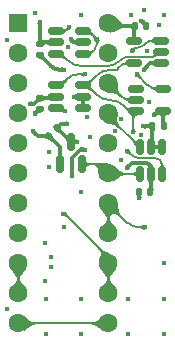
<source format=gbr>
%TF.GenerationSoftware,KiCad,Pcbnew,9.0.2*%
%TF.CreationDate,2025-08-20T02:55:48+06:00*%
%TF.ProjectId,hp3478a-fram-6l,68703334-3738-4612-9d66-72616d2d366c,rev?*%
%TF.SameCoordinates,Original*%
%TF.FileFunction,Copper,L4,Bot*%
%TF.FilePolarity,Positive*%
%FSLAX46Y46*%
G04 Gerber Fmt 4.6, Leading zero omitted, Abs format (unit mm)*
G04 Created by KiCad (PCBNEW 9.0.2) date 2025-08-20 02:55:48*
%MOMM*%
%LPD*%
G01*
G04 APERTURE LIST*
G04 Aperture macros list*
%AMRoundRect*
0 Rectangle with rounded corners*
0 $1 Rounding radius*
0 $2 $3 $4 $5 $6 $7 $8 $9 X,Y pos of 4 corners*
0 Add a 4 corners polygon primitive as box body*
4,1,4,$2,$3,$4,$5,$6,$7,$8,$9,$2,$3,0*
0 Add four circle primitives for the rounded corners*
1,1,$1+$1,$2,$3*
1,1,$1+$1,$4,$5*
1,1,$1+$1,$6,$7*
1,1,$1+$1,$8,$9*
0 Add four rect primitives between the rounded corners*
20,1,$1+$1,$2,$3,$4,$5,0*
20,1,$1+$1,$4,$5,$6,$7,0*
20,1,$1+$1,$6,$7,$8,$9,0*
20,1,$1+$1,$8,$9,$2,$3,0*%
G04 Aperture macros list end*
%TA.AperFunction,ComponentPad*%
%ADD10RoundRect,0.250000X-0.550000X-0.550000X0.550000X-0.550000X0.550000X0.550000X-0.550000X0.550000X0*%
%TD*%
%TA.AperFunction,ComponentPad*%
%ADD11C,1.600000*%
%TD*%
%TA.AperFunction,SMDPad,CuDef*%
%ADD12RoundRect,0.140000X0.021213X-0.219203X0.219203X-0.021213X-0.021213X0.219203X-0.219203X0.021213X0*%
%TD*%
%TA.AperFunction,SMDPad,CuDef*%
%ADD13RoundRect,0.140000X-0.170000X0.140000X-0.170000X-0.140000X0.170000X-0.140000X0.170000X0.140000X0*%
%TD*%
%TA.AperFunction,SMDPad,CuDef*%
%ADD14RoundRect,0.150000X0.512500X0.150000X-0.512500X0.150000X-0.512500X-0.150000X0.512500X-0.150000X0*%
%TD*%
%TA.AperFunction,SMDPad,CuDef*%
%ADD15RoundRect,0.150000X-0.512500X-0.150000X0.512500X-0.150000X0.512500X0.150000X-0.512500X0.150000X0*%
%TD*%
%TA.AperFunction,SMDPad,CuDef*%
%ADD16RoundRect,0.140000X-0.140000X-0.170000X0.140000X-0.170000X0.140000X0.170000X-0.140000X0.170000X0*%
%TD*%
%TA.AperFunction,SMDPad,CuDef*%
%ADD17RoundRect,0.140000X0.140000X0.170000X-0.140000X0.170000X-0.140000X-0.170000X0.140000X-0.170000X0*%
%TD*%
%TA.AperFunction,SMDPad,CuDef*%
%ADD18RoundRect,0.150000X0.150000X-0.587500X0.150000X0.587500X-0.150000X0.587500X-0.150000X-0.587500X0*%
%TD*%
%TA.AperFunction,SMDPad,CuDef*%
%ADD19RoundRect,0.150000X-0.150000X0.512500X-0.150000X-0.512500X0.150000X-0.512500X0.150000X0.512500X0*%
%TD*%
%TA.AperFunction,ViaPad*%
%ADD20C,0.450000*%
%TD*%
%TA.AperFunction,Conductor*%
%ADD21C,0.160000*%
%TD*%
%TA.AperFunction,Conductor*%
%ADD22C,0.200000*%
%TD*%
%TA.AperFunction,Conductor*%
%ADD23C,0.300000*%
%TD*%
G04 APERTURE END LIST*
D10*
%TO.P,J1,1,Pin_1*%
%TO.N,/A3*%
X132680000Y-56700000D03*
D11*
%TO.P,J1,2,Pin_2*%
%TO.N,/A2*%
X132680000Y-59240000D03*
%TO.P,J1,3,Pin_3*%
%TO.N,/A1*%
X132680000Y-61780000D03*
%TO.P,J1,4,Pin_4*%
%TO.N,/A0*%
X132680000Y-64320000D03*
%TO.P,J1,5,Pin_5*%
%TO.N,/A5*%
X132680000Y-66860000D03*
%TO.P,J1,6,Pin_6*%
%TO.N,/A6*%
X132680000Y-69400000D03*
%TO.P,J1,7,Pin_7*%
%TO.N,/A7*%
X132680000Y-71940000D03*
%TO.P,J1,8,Pin_8*%
%TO.N,GND*%
X132680000Y-74480000D03*
%TO.P,J1,9,Pin_9*%
%TO.N,/D0*%
X132680000Y-77020000D03*
%TO.P,J1,10,Pin_10*%
X132680000Y-79560000D03*
%TO.P,J1,11,Pin_11*%
%TO.N,/D1*%
X132680000Y-82100000D03*
%TO.P,J1,12,Pin_12*%
X140300000Y-82100000D03*
%TO.P,J1,13,Pin_13*%
%TO.N,/D2*%
X140300000Y-79560000D03*
%TO.P,J1,14,Pin_14*%
X140300000Y-77020000D03*
%TO.P,J1,15,Pin_15*%
%TO.N,/D3*%
X140300000Y-74480000D03*
%TO.P,J1,16,Pin_16*%
X140300000Y-71940000D03*
%TO.P,J1,17,Pin_17*%
%TO.N,/CE_{2}*%
X140300000Y-69400000D03*
%TO.P,J1,18,Pin_18*%
%TO.N,/OD*%
X140300000Y-66860000D03*
%TO.P,J1,19,Pin_19*%
%TO.N,/~{CE_{1}}*%
X140300000Y-64320000D03*
%TO.P,J1,20,Pin_20*%
%TO.N,/R{slash}W*%
X140300000Y-61780000D03*
%TO.P,J1,21,Pin_21*%
%TO.N,/A4*%
X140300000Y-59240000D03*
%TO.P,J1,22,Pin_22*%
%TO.N,+5V*%
X140300000Y-56700000D03*
%TD*%
D12*
%TO.P,C2,1*%
%TO.N,+5V*%
X135260589Y-66239411D03*
%TO.P,C2,2*%
%TO.N,GND*%
X135939411Y-65560589D03*
%TD*%
D13*
%TO.P,C4,1*%
%TO.N,+5V*%
X134500000Y-63020000D03*
%TO.P,C4,2*%
%TO.N,GND*%
X134500000Y-63980000D03*
%TD*%
D14*
%TO.P,U4,1,IN1*%
%TO.N,/~{CE}*%
X138137500Y-61950000D03*
%TO.P,U4,2,GND*%
%TO.N,GND*%
X138137500Y-62900000D03*
%TO.P,U4,3,IN0*%
X138137500Y-63850000D03*
%TO.P,U4,4,Y*%
%TO.N,/~{OE}*%
X135862500Y-63850000D03*
%TO.P,U4,5,VCC*%
%TO.N,+5V*%
X135862500Y-62900000D03*
%TO.P,U4,6,IN2*%
%TO.N,/R{slash}W*%
X135862500Y-61950000D03*
%TD*%
D15*
%TO.P,U6,1*%
%TO.N,/~{CE}*%
X142662500Y-64150000D03*
%TO.P,U6,2*%
%TO.N,/R{slash}W*%
X142662500Y-63200000D03*
%TO.P,U6,3,GND*%
%TO.N,GND*%
X142662500Y-62250000D03*
%TO.P,U6,4*%
%TO.N,/~{WE}*%
X144937500Y-62250000D03*
%TO.P,U6,5,VCC*%
%TO.N,+5V*%
X144937500Y-64150000D03*
%TD*%
D16*
%TO.P,C6,1*%
%TO.N,+5V*%
X142520000Y-56900000D03*
%TO.P,C6,2*%
%TO.N,GND*%
X143480000Y-56900000D03*
%TD*%
D17*
%TO.P,C3,1*%
%TO.N,+5V*%
X143860000Y-70975000D03*
%TO.P,C3,2*%
%TO.N,GND*%
X142900000Y-70975000D03*
%TD*%
D13*
%TO.P,C5,1*%
%TO.N,+5V*%
X134500000Y-58420000D03*
%TO.P,C5,2*%
%TO.N,GND*%
X134500000Y-59380000D03*
%TD*%
D14*
%TO.P,U3,1,IN1*%
%TO.N,/OD*%
X138137500Y-57350000D03*
%TO.P,U3,2,GND*%
%TO.N,GND*%
X138137500Y-58300000D03*
%TO.P,U3,3,IN0*%
%TO.N,/OD*%
X138137500Y-59250000D03*
%TO.P,U3,4,Y*%
%TO.N,Net-(U3-Y)*%
X135862500Y-59250000D03*
%TO.P,U3,5,VCC*%
%TO.N,+5V*%
X135862500Y-58300000D03*
%TO.P,U3,6,IN2*%
%TO.N,/R{slash}W*%
X135862500Y-57350000D03*
%TD*%
D18*
%TO.P,U2,1,~{RST}*%
%TO.N,/CE_{2}*%
X138100000Y-68600000D03*
%TO.P,U2,2,VDD*%
%TO.N,+5V*%
X136200000Y-68600000D03*
%TO.P,U2,3,VSS*%
%TO.N,GND*%
X137150000Y-66725000D03*
%TD*%
D19*
%TO.P,U1,1,IN1*%
%TO.N,/~{CE_{1}}*%
X142950000Y-67162500D03*
%TO.P,U1,2,GND*%
%TO.N,GND*%
X143900000Y-67162500D03*
%TO.P,U1,3,IN0*%
X144850000Y-67162500D03*
%TO.P,U1,4,Y*%
%TO.N,Net-(U1-Y)*%
X144850000Y-69437500D03*
%TO.P,U1,5,VCC*%
%TO.N,+5V*%
X143900000Y-69437500D03*
%TO.P,U1,6,IN2*%
%TO.N,/CE_{2}*%
X142950000Y-69437500D03*
%TD*%
D14*
%TO.P,U5,1*%
%TO.N,Net-(U1-Y)*%
X144737500Y-58150000D03*
%TO.P,U5,2*%
%TO.N,Net-(U3-Y)*%
X144737500Y-59100000D03*
%TO.P,U5,3,GND*%
%TO.N,GND*%
X144737500Y-60050000D03*
%TO.P,U5,4*%
%TO.N,/~{CE}*%
X142462500Y-60050000D03*
%TO.P,U5,5,VCC*%
%TO.N,+5V*%
X142462500Y-58150000D03*
%TD*%
D17*
%TO.P,C7,1*%
%TO.N,+5V*%
X144980000Y-65400000D03*
%TO.P,C7,2*%
%TO.N,GND*%
X144020000Y-65400000D03*
%TD*%
D20*
%TO.N,+5V*%
X138700000Y-66300000D03*
X140900000Y-65827626D03*
%TO.N,GND*%
X137400000Y-62900000D03*
%TO.N,+5V*%
X138300000Y-67400000D03*
X137200000Y-69600000D03*
%TO.N,GND*%
X131700000Y-80900000D03*
X134100000Y-55800000D03*
X145000000Y-80000000D03*
X135000000Y-83000000D03*
X135400000Y-77300000D03*
X138000000Y-56000000D03*
X142662500Y-62250000D03*
X143300000Y-55600000D03*
X145000000Y-77000000D03*
X143100978Y-56462993D03*
X138000000Y-80000000D03*
X135400000Y-76500000D03*
X143740000Y-63350000D03*
X143306798Y-60609149D03*
X136800000Y-65200000D03*
X142000000Y-83000000D03*
X134900000Y-78500000D03*
X135300000Y-67590000D03*
X135300000Y-68860000D03*
X136900000Y-58700000D03*
X142200000Y-56000000D03*
X145000000Y-83000000D03*
X138000000Y-83000000D03*
X134074167Y-64324025D03*
X135000000Y-80000000D03*
X137150000Y-58050000D03*
X136500000Y-73940000D03*
X138000000Y-71000000D03*
X137600000Y-66700000D03*
X143245873Y-65421304D03*
X142900000Y-71500000D03*
X134900000Y-75300000D03*
X136500000Y-60600000D03*
X131700000Y-58100000D03*
X142000000Y-80000000D03*
%TO.N,+5V*%
X134500000Y-56600000D03*
X144600000Y-56800000D03*
X144200000Y-64425000D03*
X133900000Y-65800000D03*
X145000000Y-56010000D03*
X142462500Y-58150000D03*
X141900000Y-68900000D03*
X133700000Y-63500000D03*
%TO.N,/D2*%
X136492614Y-72807386D03*
%TO.N,/D3*%
X143400000Y-73940000D03*
%TO.N,/A7*%
X141400000Y-68300000D03*
X143100000Y-66100000D03*
%TO.N,/A6*%
X141400000Y-64800000D03*
%TO.N,/A5*%
X138450000Y-64650000D03*
%TO.N,/OD*%
X139350000Y-58050000D03*
%TO.N,/R{slash}W*%
X137000000Y-57000000D03*
X138300000Y-61000000D03*
%TO.N,Net-(U1-Y)*%
X141900000Y-67500000D03*
X142287500Y-59037500D03*
%TO.N,/~{CE}*%
X142400000Y-65900000D03*
%TO.N,/~{OE}*%
X136653855Y-64151866D03*
%TO.N,/~{WE}*%
X143555000Y-59045000D03*
X142700000Y-61000000D03*
%TD*%
D21*
%TO.N,/~{CE}*%
X137966650Y-61950000D02*
X137966650Y-61950000D01*
X141203140Y-60390296D02*
X141098859Y-60494577D01*
X137912453Y-61950000D02*
X137966650Y-61950000D01*
X137966650Y-61950000D02*
X137912453Y-61950000D01*
X141072789Y-60520647D02*
X141020649Y-60572788D01*
%TO.N,Net-(U1-Y)*%
X142886352Y-58700000D02*
X142875000Y-58700000D01*
X142872162Y-58700000D02*
X142866486Y-58700000D01*
D22*
%TO.N,/CE_{2}*%
X140243750Y-69343750D02*
X140281250Y-69381250D01*
X140290625Y-69390625D02*
X140309375Y-69409375D01*
D21*
%TO.N,/D2*%
X136577789Y-72829634D02*
G75*
G03*
X136524077Y-72807389I-53689J-53666D01*
G01*
X140300000Y-77280000D02*
X140300000Y-77800000D01*
X140300000Y-76890000D02*
X140300000Y-77150000D01*
D23*
%TO.N,GND*%
X143100978Y-56462993D02*
X143451855Y-56813870D01*
X143451855Y-56813870D02*
X143451855Y-56894305D01*
X143451855Y-56894305D02*
X143457550Y-56900000D01*
X143457550Y-56900000D02*
X143480000Y-56900000D01*
X138137500Y-62900000D02*
X137400000Y-62900000D01*
X138137500Y-63850000D02*
X138137500Y-62900000D01*
D21*
%TO.N,/D3*%
X142850000Y-73940000D02*
G75*
G02*
X141911095Y-73551087I0J1327800D01*
G01*
X143400000Y-73940000D02*
X142850000Y-73940000D01*
X140300000Y-71940000D02*
X141911091Y-73551091D01*
%TO.N,/D2*%
X136883657Y-73083657D02*
G75*
G03*
X136624205Y-72876040I-1131557J-1148143D01*
G01*
X136524077Y-72807386D02*
X136492614Y-72807386D01*
X136624201Y-72876046D02*
X136577789Y-72829634D01*
X140116152Y-76316152D02*
G75*
G02*
X140299999Y-76760000I-443852J-443848D01*
G01*
X136883657Y-73083657D02*
X140116152Y-76316152D01*
X140300000Y-76890000D02*
X140300000Y-76760000D01*
D23*
%TO.N,GND*%
X137600000Y-66700000D02*
X137125000Y-66700000D01*
X137125000Y-66700000D02*
X135985589Y-65560589D01*
X135985589Y-65560589D02*
X135939411Y-65560589D01*
%TO.N,+5V*%
X137200000Y-69600000D02*
X137200000Y-68054468D01*
X137200000Y-68054468D02*
X137854468Y-67400000D01*
X137854468Y-67400000D02*
X138300000Y-67400000D01*
%TO.N,GND*%
X143267177Y-65400000D02*
X143245873Y-65421304D01*
X136500000Y-60600000D02*
X136134214Y-60600000D01*
X142900000Y-70975000D02*
X142900000Y-71500000D01*
X136300000Y-65200000D02*
X136600000Y-65200000D01*
X144850000Y-67162500D02*
X143900000Y-67162500D01*
X143850000Y-60050000D02*
X144737500Y-60050000D01*
X144020000Y-67042500D02*
X143900000Y-67162500D01*
X135939411Y-65560589D02*
X136300000Y-65200000D01*
X135427107Y-60307107D02*
X134500000Y-59380000D01*
X134420000Y-63980000D02*
X134500000Y-63980000D01*
X143306798Y-60593202D02*
X143850000Y-60050000D01*
X143306798Y-60609149D02*
X143306798Y-60593202D01*
X144020000Y-65400000D02*
X143267177Y-65400000D01*
X134101693Y-64296499D02*
X134103501Y-64296499D01*
X137150000Y-58050000D02*
X137400000Y-58300000D01*
X134074167Y-64324025D02*
X134101693Y-64296499D01*
X144020000Y-65400000D02*
X144020000Y-67042500D01*
X136600000Y-65200000D02*
X136800000Y-65200000D01*
X137400000Y-58300000D02*
X138137500Y-58300000D01*
X134103501Y-64296499D02*
X134420000Y-63980000D01*
X135427107Y-60307107D02*
G75*
G03*
X136134214Y-60599990I707093J707107D01*
G01*
%TO.N,+5V*%
X142462500Y-56957500D02*
X142520000Y-56900000D01*
X136200000Y-67178822D02*
X135260589Y-66239411D01*
X141900000Y-68900000D02*
X142100000Y-68700000D01*
X140500000Y-56900000D02*
X140300000Y-56700000D01*
X136200000Y-68600000D02*
X136200000Y-67178822D01*
X142100003Y-68700000D02*
X142326003Y-68474000D01*
X134020000Y-63500000D02*
X133700000Y-63500000D01*
X143900000Y-70935000D02*
X143860000Y-70975000D01*
X144475000Y-64150000D02*
X144937500Y-64150000D01*
X142326003Y-68474000D02*
X143598999Y-68474000D01*
X142462500Y-58150000D02*
X142462500Y-56957500D01*
X144937500Y-64150000D02*
X144937500Y-65357500D01*
X144937500Y-65357500D02*
X144980000Y-65400000D01*
X135862500Y-58300000D02*
X134620000Y-58300000D01*
X134339411Y-66239411D02*
X135260589Y-66239411D01*
X143900000Y-68775001D02*
X143900000Y-69437500D01*
X143598999Y-68474000D02*
X143900000Y-68775001D01*
X144200000Y-64425000D02*
X144475000Y-64150000D01*
X135742500Y-63020000D02*
X135862500Y-62900000D01*
X133900000Y-65800000D02*
X134339411Y-66239411D01*
X142100000Y-68700000D02*
X142100003Y-68700000D01*
X142520000Y-56900000D02*
X140500000Y-56900000D01*
X134620000Y-58300000D02*
X134500000Y-58420000D01*
X134500000Y-58420000D02*
X134500000Y-56600000D01*
X143900000Y-69437500D02*
X143900000Y-70935000D01*
X134500000Y-63020000D02*
X134020000Y-63500000D01*
X134500000Y-63020000D02*
X135742500Y-63020000D01*
D21*
%TO.N,/D2*%
X140300000Y-77280000D02*
X140300000Y-77150000D01*
X140300000Y-77800000D02*
X140300000Y-79560000D01*
%TO.N,/D1*%
X140300000Y-82100000D02*
X132680000Y-82100000D01*
%TO.N,/D3*%
X140300000Y-71940000D02*
X140300000Y-74480000D01*
D22*
%TO.N,/~{CE_{1}}*%
X140300000Y-64416250D02*
X140300000Y-64320000D01*
X140368059Y-64580559D02*
X142950000Y-67162500D01*
X140300000Y-64416250D02*
G75*
G03*
X140368027Y-64580591I232400J-50D01*
G01*
%TO.N,/CE_{2}*%
X140318750Y-69418750D02*
X140309375Y-69409375D01*
X138934314Y-68600000D02*
X138100000Y-68600000D01*
X139900000Y-69000000D02*
X140243750Y-69343750D01*
X140281250Y-69381250D02*
X140290625Y-69390625D01*
X140364016Y-69437500D02*
X142950000Y-69437500D01*
X140318750Y-69418750D02*
G75*
G03*
X140364016Y-69437493I45250J45250D01*
G01*
X139900000Y-69000000D02*
G75*
G03*
X138934314Y-68599994I-965700J-965700D01*
G01*
D21*
%TO.N,/OD*%
X139350000Y-58050000D02*
X139350000Y-58374999D01*
X139034227Y-59015771D02*
X139120190Y-58929807D01*
X138468749Y-59250000D02*
X138137500Y-59250000D01*
X138393750Y-57350000D02*
X138137500Y-57350000D01*
X139350000Y-58050000D02*
X139400000Y-58100000D01*
X139350000Y-58050000D02*
X138831196Y-57531196D01*
X139034227Y-59015771D02*
G75*
G02*
X138468749Y-59250036I-565527J565471D01*
G01*
X139120190Y-58929807D02*
G75*
G03*
X139350004Y-58374999I-554790J554807D01*
G01*
X138393750Y-57350000D02*
G75*
G02*
X138831212Y-57531180I50J-618600D01*
G01*
%TO.N,/D0*%
X132680000Y-79560000D02*
X132680000Y-77020000D01*
%TO.N,/R{slash}W*%
X136056250Y-61950000D02*
X135862500Y-61950000D01*
X141386775Y-62866775D02*
X140300000Y-61780000D01*
X142191250Y-63200000D02*
X142662500Y-63200000D01*
X137750000Y-61000000D02*
X138300000Y-61000000D01*
X136825000Y-57175000D02*
X137000000Y-57000000D01*
X136402512Y-57350000D02*
X135862500Y-57350000D01*
X136811091Y-61388908D02*
X136387001Y-61812997D01*
X136825000Y-57175000D02*
G75*
G02*
X136402512Y-57350005I-422500J422500D01*
G01*
X137750000Y-61000000D02*
G75*
G03*
X136811095Y-61388912I0J-1327800D01*
G01*
X136387001Y-61812997D02*
G75*
G02*
X136056250Y-61950020I-330801J330797D01*
G01*
X142191250Y-63200000D02*
G75*
G02*
X141386800Y-62866750I50J1137700D01*
G01*
%TO.N,Net-(U1-Y)*%
X142875000Y-58700000D02*
X142872162Y-58700000D01*
X144209834Y-68075000D02*
X142881586Y-68075000D01*
X142456250Y-58868750D02*
X142287500Y-59037500D01*
X144850000Y-68715165D02*
X144850000Y-69437500D01*
X143400000Y-58425000D02*
X143281834Y-58543165D01*
X142886352Y-58700000D02*
X142903199Y-58700000D01*
X144063908Y-58150000D02*
X144737500Y-58150000D01*
X142863648Y-58700000D02*
X142866486Y-58700000D01*
X142187500Y-67787500D02*
X141900000Y-67500000D01*
X144063908Y-58150000D02*
G75*
G03*
X143399997Y-58424997I-8J-938900D01*
G01*
X144662500Y-68262500D02*
G75*
G02*
X144850014Y-68715165I-452700J-452700D01*
G01*
X144209834Y-68075000D02*
G75*
G02*
X144662490Y-68262510I-34J-640200D01*
G01*
X142903199Y-58700000D02*
G75*
G03*
X143281840Y-58543171I1J535500D01*
G01*
X142456250Y-58868750D02*
G75*
G02*
X142863648Y-58700020I407350J-407350D01*
G01*
X142187500Y-67787500D02*
G75*
G03*
X142881586Y-68075006I694100J694100D01*
G01*
%TO.N,Net-(U3-Y)*%
X136387001Y-59387001D02*
X136775000Y-59775000D01*
X141197050Y-59900000D02*
X141229110Y-59867942D01*
X144537500Y-59300000D02*
X144737500Y-59100000D01*
X144054657Y-59500000D02*
X142117434Y-59500000D01*
X138042462Y-60300000D02*
X140231364Y-60300000D01*
X136056250Y-59250000D02*
X135862500Y-59250000D01*
X138042462Y-60300000D02*
G75*
G02*
X136775011Y-59774989I38J1792500D01*
G01*
X136387001Y-59387001D02*
G75*
G03*
X136056250Y-59250020I-330701J-330699D01*
G01*
X142117434Y-59500000D02*
G75*
G03*
X141229096Y-59867928I-34J-1256300D01*
G01*
X144054657Y-59500000D02*
G75*
G03*
X144537533Y-59300033I43J682900D01*
G01*
X141197050Y-59900000D02*
G75*
G02*
X140231364Y-60299971I-965650J965700D01*
G01*
%TO.N,/~{CE}*%
X138047947Y-61950000D02*
X138281250Y-61950000D01*
X141098859Y-60494577D02*
X141072789Y-60520647D01*
X141203140Y-60390296D02*
X141295078Y-60298359D01*
X141894671Y-60050000D02*
X142462500Y-60050000D01*
X138293750Y-61950000D02*
X138281250Y-61950000D01*
X137885355Y-61950000D02*
X137912453Y-61950000D01*
X138047947Y-61950000D02*
X137966650Y-61950000D01*
X138047947Y-61950000D02*
X137966650Y-61950000D01*
X137825000Y-61975000D02*
X137800000Y-62000000D01*
X142476884Y-64150000D02*
X142382700Y-64150000D01*
X140481148Y-63200000D02*
X140476450Y-63200000D01*
X142400000Y-65900000D02*
X142400000Y-64598115D01*
X140994579Y-60598859D02*
X141020649Y-60572788D01*
X140345719Y-60651000D02*
X140868699Y-60651000D01*
X138343750Y-61950000D02*
X138281250Y-61950000D01*
X138047947Y-61950000D02*
X138281250Y-61950000D01*
X139327055Y-61072944D02*
X138560485Y-61839514D01*
X141627900Y-63675000D02*
X141905051Y-63952151D01*
X139321677Y-62721677D02*
X138695840Y-62095840D01*
X141894671Y-60050000D02*
G75*
G03*
X141295104Y-60298385I29J-847900D01*
G01*
X138293750Y-61950000D02*
G75*
G03*
X138560456Y-61839485I-50J377200D01*
G01*
X138343750Y-61950000D02*
G75*
G02*
X138695858Y-62095822I50J-497900D01*
G01*
X139321677Y-62721677D02*
G75*
G03*
X140476450Y-63200034I1154823J1154777D01*
G01*
X138047947Y-61950000D02*
X138047947Y-61950000D01*
X142531250Y-64281250D02*
G75*
G03*
X142476884Y-64150037I-54350J54350D01*
G01*
X140994579Y-60598859D02*
G75*
G02*
X140868699Y-60651006I-125879J125859D01*
G01*
X141627900Y-63675000D02*
G75*
G03*
X140481148Y-63199980I-1146800J-1146800D01*
G01*
X139327055Y-61072944D02*
G75*
G02*
X140345719Y-60651011I1018645J-1018656D01*
G01*
X138281250Y-61950000D02*
X138281250Y-61950000D01*
X141905051Y-63952151D02*
G75*
G03*
X142382700Y-64149999I477649J477651D01*
G01*
X137825000Y-61975000D02*
G75*
G02*
X137885355Y-61949982I60400J-60400D01*
G01*
X142531250Y-64281250D02*
G75*
G03*
X142400006Y-64598115I316850J-316850D01*
G01*
%TO.N,/~{OE}*%
X136500933Y-64000933D02*
X136651162Y-64151162D01*
X136136548Y-63850000D02*
X135862500Y-63850000D01*
X136653855Y-64151866D02*
X136652860Y-64151866D01*
X136652860Y-64151866D02*
G75*
G02*
X136651190Y-64151135I40J2366D01*
G01*
X136500933Y-64000933D02*
G75*
G03*
X136136548Y-63849961I-364433J-364367D01*
G01*
%TO.N,/~{WE}*%
X143600866Y-61900866D02*
X142700000Y-61000000D01*
X144443750Y-62250000D02*
X144937500Y-62250000D01*
X143600866Y-61900866D02*
G75*
G03*
X144443750Y-62249970I842834J842866D01*
G01*
%TD*%
%TA.AperFunction,Conductor*%
%TO.N,GND*%
G36*
X143215163Y-56365353D02*
G01*
X143215276Y-56365468D01*
X143240508Y-56391645D01*
X143240521Y-56391658D01*
X143240520Y-56391658D01*
X143291423Y-56444137D01*
X143291440Y-56444153D01*
X143397007Y-56533291D01*
X143397012Y-56533295D01*
X143491912Y-56580151D01*
X143567535Y-56588433D01*
X143575386Y-56592740D01*
X143577891Y-56601337D01*
X143577386Y-56603684D01*
X143482461Y-56895316D01*
X143476642Y-56902123D01*
X143475391Y-56902670D01*
X143216485Y-56998328D01*
X143207537Y-56997981D01*
X143201455Y-56991408D01*
X143200740Y-56986864D01*
X143202972Y-56933988D01*
X143192107Y-56867227D01*
X143170236Y-56804588D01*
X143140193Y-56746525D01*
X143066910Y-56645930D01*
X143066904Y-56645923D01*
X143002652Y-56577323D01*
X142999497Y-56568942D01*
X143002917Y-56561053D01*
X143198618Y-56365352D01*
X143206890Y-56361926D01*
X143215163Y-56365353D01*
G37*
%TD.AperFunction*%
%TD*%
%TA.AperFunction,Conductor*%
%TO.N,GND*%
G36*
X143294119Y-56348008D02*
G01*
X143294369Y-56348402D01*
X143370104Y-56473380D01*
X143370238Y-56473607D01*
X143399193Y-56523908D01*
X143444994Y-56588195D01*
X143514584Y-56663809D01*
X143517665Y-56672216D01*
X143514248Y-56680004D01*
X143317836Y-56876416D01*
X143309563Y-56879843D01*
X143301809Y-56876904D01*
X143199615Y-56786459D01*
X143199612Y-56786457D01*
X143199608Y-56786453D01*
X143111475Y-56732186D01*
X143111439Y-56732164D01*
X143111439Y-56732163D01*
X143012269Y-56672068D01*
X142986386Y-56656383D01*
X142981088Y-56649166D01*
X142982445Y-56640314D01*
X142982674Y-56639952D01*
X143098959Y-56464267D01*
X143102252Y-56460974D01*
X143277906Y-56344709D01*
X143286696Y-56343001D01*
X143294119Y-56348008D01*
G37*
%TD.AperFunction*%
%TD*%
%TA.AperFunction,Conductor*%
%TO.N,GND*%
G36*
X137531322Y-62649054D02*
G01*
X137785134Y-62753954D01*
X138112337Y-62889187D01*
X138118674Y-62895514D01*
X138118681Y-62904469D01*
X138112354Y-62910806D01*
X138112337Y-62910813D01*
X137530953Y-63151098D01*
X137521998Y-63151091D01*
X137515671Y-63144754D01*
X137515264Y-63143602D01*
X137499985Y-63091707D01*
X137474219Y-63059696D01*
X137474216Y-63059695D01*
X137474215Y-63059694D01*
X137444948Y-63049182D01*
X137444947Y-63049182D01*
X137415475Y-63049316D01*
X137412212Y-63049460D01*
X137403797Y-63046399D01*
X137400011Y-63038283D01*
X137400000Y-63037771D01*
X137400000Y-62762227D01*
X137403427Y-62753954D01*
X137411700Y-62750527D01*
X137412164Y-62750536D01*
X137415475Y-62750683D01*
X137447956Y-62750422D01*
X137487196Y-62728328D01*
X137505266Y-62696240D01*
X137515543Y-62656910D01*
X137520949Y-62649774D01*
X137529820Y-62648550D01*
X137531322Y-62649054D01*
G37*
%TD.AperFunction*%
%TD*%
%TA.AperFunction,Conductor*%
%TO.N,GND*%
G36*
X137455714Y-62682222D02*
G01*
X137597699Y-62717057D01*
X137597867Y-62717100D01*
X137653946Y-62732204D01*
X137653960Y-62732206D01*
X137653968Y-62732208D01*
X137731776Y-62745273D01*
X137731778Y-62745273D01*
X137731789Y-62745275D01*
X137834463Y-62749534D01*
X137842586Y-62753301D01*
X137845677Y-62761224D01*
X137845677Y-63038992D01*
X137842250Y-63047265D01*
X137834689Y-63050670D01*
X137698471Y-63058977D01*
X137698463Y-63058979D01*
X137597771Y-63082926D01*
X137597730Y-63082935D01*
X137455720Y-63117775D01*
X137446868Y-63116418D01*
X137441569Y-63109200D01*
X137441467Y-63108744D01*
X137436217Y-63082936D01*
X137399474Y-62902329D01*
X137399474Y-62897668D01*
X137441467Y-62691253D01*
X137446474Y-62683831D01*
X137455264Y-62682122D01*
X137455714Y-62682222D01*
G37*
%TD.AperFunction*%
%TD*%
%TA.AperFunction,Conductor*%
%TO.N,GND*%
G36*
X138145758Y-62907285D02*
G01*
X138420790Y-63183234D01*
X138421934Y-63184382D01*
X138425347Y-63192660D01*
X138421906Y-63200928D01*
X138415841Y-63204133D01*
X138387992Y-63209449D01*
X138387985Y-63209452D01*
X138350782Y-63235081D01*
X138350780Y-63235082D01*
X138324121Y-63272812D01*
X138306248Y-63318559D01*
X138289844Y-63417747D01*
X138289843Y-63417752D01*
X138287824Y-63488633D01*
X138284163Y-63496805D01*
X138276129Y-63500000D01*
X137998391Y-63500000D01*
X137990118Y-63496573D01*
X137986721Y-63489136D01*
X137981604Y-63417750D01*
X137976977Y-63353187D01*
X137948087Y-63267618D01*
X137903463Y-63218113D01*
X137903461Y-63218112D01*
X137903462Y-63218112D01*
X137873650Y-63204764D01*
X137860968Y-63203093D01*
X137853214Y-63198614D01*
X137850897Y-63189964D01*
X137854210Y-63183234D01*
X138129214Y-62907313D01*
X138137481Y-62903873D01*
X138145758Y-62907285D01*
G37*
%TD.AperFunction*%
%TD*%
%TA.AperFunction,Conductor*%
%TO.N,GND*%
G36*
X138284882Y-63253427D02*
G01*
X138288279Y-63260864D01*
X138298022Y-63396811D01*
X138326912Y-63482381D01*
X138326913Y-63482382D01*
X138371537Y-63531887D01*
X138401349Y-63545235D01*
X138401351Y-63545235D01*
X138401353Y-63545236D01*
X138414031Y-63546906D01*
X138421785Y-63551384D01*
X138424102Y-63560034D01*
X138420789Y-63566765D01*
X138145787Y-63842685D01*
X138137519Y-63846126D01*
X138129241Y-63842713D01*
X138129213Y-63842685D01*
X137853065Y-63565617D01*
X137849652Y-63557339D01*
X137853093Y-63549071D01*
X137859158Y-63545866D01*
X137862817Y-63545167D01*
X137887012Y-63540549D01*
X137924219Y-63514917D01*
X137950879Y-63477188D01*
X137968750Y-63431445D01*
X137985156Y-63332250D01*
X137987176Y-63261366D01*
X137990837Y-63253195D01*
X137998871Y-63250000D01*
X138276609Y-63250000D01*
X138284882Y-63253427D01*
G37*
%TD.AperFunction*%
%TD*%
%TA.AperFunction,Conductor*%
%TO.N,/D3*%
G36*
X143352996Y-73723688D02*
G01*
X143358422Y-73730812D01*
X143358575Y-73731467D01*
X143400525Y-73937667D01*
X143400525Y-73942332D01*
X143358693Y-74147954D01*
X143353686Y-74155378D01*
X143344896Y-74157087D01*
X143343720Y-74156784D01*
X143245626Y-74125954D01*
X143243349Y-74124962D01*
X143170783Y-74083686D01*
X143081007Y-74037267D01*
X143081006Y-74037266D01*
X143081005Y-74037266D01*
X143026384Y-74024658D01*
X143026387Y-74024658D01*
X142965268Y-74020707D01*
X142957233Y-74016753D01*
X142954323Y-74009031D01*
X142954323Y-73870924D01*
X142957750Y-73862651D01*
X142965220Y-73859251D01*
X143029991Y-73854804D01*
X143086524Y-73840838D01*
X143170785Y-73796313D01*
X143232027Y-73760447D01*
X143233418Y-73759754D01*
X143285299Y-73738137D01*
X143286789Y-73737632D01*
X143344122Y-73722488D01*
X143352996Y-73723688D01*
G37*
%TD.AperFunction*%
%TD*%
%TA.AperFunction,Conductor*%
%TO.N,/D3*%
G36*
X141081394Y-71788061D02*
G01*
X141086362Y-71795511D01*
X141086453Y-71796038D01*
X141124024Y-72045231D01*
X141124122Y-72046097D01*
X141139774Y-72254034D01*
X141161788Y-72483761D01*
X141205796Y-72635890D01*
X141205800Y-72635899D01*
X141243949Y-72713694D01*
X141243953Y-72713700D01*
X141296259Y-72795555D01*
X141296275Y-72795576D01*
X141374485Y-72894364D01*
X141374493Y-72894375D01*
X141469331Y-72995667D01*
X141472484Y-73004049D01*
X141469063Y-73011937D01*
X141371935Y-73109065D01*
X141363662Y-73112492D01*
X141355668Y-73109335D01*
X141311616Y-73068114D01*
X141253570Y-73013797D01*
X141253559Y-73013788D01*
X141253550Y-73013780D01*
X141154092Y-72935219D01*
X141154087Y-72935216D01*
X141062439Y-72877723D01*
X141062428Y-72877717D01*
X141062423Y-72877714D01*
X140975507Y-72837672D01*
X140975505Y-72837671D01*
X140946997Y-72828908D01*
X140890278Y-72811473D01*
X140890271Y-72811471D01*
X140890269Y-72811471D01*
X140803677Y-72795503D01*
X140803660Y-72795501D01*
X140614089Y-72779778D01*
X140438703Y-72767310D01*
X140437855Y-72767218D01*
X140156118Y-72726394D01*
X140148422Y-72721816D01*
X140146217Y-72713137D01*
X140146314Y-72712566D01*
X140297772Y-71946978D01*
X140302740Y-71939529D01*
X140306976Y-71937772D01*
X141072615Y-71786304D01*
X141081394Y-71788061D01*
G37*
%TD.AperFunction*%
%TD*%
%TA.AperFunction,Conductor*%
%TO.N,/D2*%
G36*
X136685879Y-72692319D02*
G01*
X136686054Y-72692591D01*
X136754736Y-72802842D01*
X136754813Y-72802968D01*
X136757058Y-72806693D01*
X136782663Y-72849172D01*
X136782665Y-72849176D01*
X136827715Y-72910522D01*
X136831504Y-72915681D01*
X136831507Y-72915684D01*
X136831511Y-72915689D01*
X136907019Y-72994480D01*
X136910269Y-73002824D01*
X136907002Y-73010688D01*
X136811314Y-73110113D01*
X136803108Y-73113698D01*
X136795494Y-73111071D01*
X136746067Y-73070804D01*
X136746059Y-73070799D01*
X136696418Y-73047085D01*
X136696415Y-73047084D01*
X136696414Y-73047084D01*
X136649273Y-73039000D01*
X136599028Y-73038833D01*
X136599027Y-73038833D01*
X136599025Y-73038833D01*
X136576279Y-73039255D01*
X136575033Y-73039212D01*
X136461661Y-73029205D01*
X136453721Y-73025064D01*
X136451035Y-73016521D01*
X136451206Y-73015310D01*
X136490956Y-72811501D01*
X136495902Y-72804039D01*
X136669667Y-72689020D01*
X136678455Y-72687312D01*
X136685879Y-72692319D01*
G37*
%TD.AperFunction*%
%TD*%
%TA.AperFunction,Conductor*%
%TO.N,/D2*%
G36*
X139566306Y-75652445D02*
G01*
X139661112Y-75738926D01*
X139750068Y-75820072D01*
X139750071Y-75820074D01*
X139750076Y-75820079D01*
X139880807Y-75913466D01*
X139910882Y-75934950D01*
X140055449Y-76011467D01*
X140198725Y-76071543D01*
X140230885Y-76084458D01*
X140231307Y-76084638D01*
X140471450Y-76192732D01*
X140472620Y-76193340D01*
X140733862Y-76348531D01*
X140739224Y-76355703D01*
X140737945Y-76364566D01*
X140737622Y-76365078D01*
X140303403Y-77016660D01*
X140295964Y-77021644D01*
X140295938Y-77021650D01*
X139527365Y-77173699D01*
X139518584Y-77171942D01*
X139513616Y-77164492D01*
X139513534Y-77164021D01*
X139499075Y-77069210D01*
X139498964Y-77068158D01*
X139493123Y-76969480D01*
X139493134Y-76967945D01*
X139506091Y-76789210D01*
X139506341Y-76787505D01*
X139541548Y-76629910D01*
X139541806Y-76628949D01*
X139586642Y-76486451D01*
X139639561Y-76308628D01*
X139655824Y-76172246D01*
X139636634Y-76046620D01*
X139611241Y-75981314D01*
X139573377Y-75913466D01*
X139517872Y-75837913D01*
X139517866Y-75837906D01*
X139517861Y-75837900D01*
X139452456Y-75766307D01*
X139449406Y-75757888D01*
X139452820Y-75750144D01*
X139550149Y-75652815D01*
X139558421Y-75649389D01*
X139566306Y-75652445D01*
G37*
%TD.AperFunction*%
%TD*%
%TA.AperFunction,Conductor*%
%TO.N,GND*%
G36*
X137450773Y-66424034D02*
G01*
X137454219Y-66430364D01*
X137465427Y-66490161D01*
X137465428Y-66490163D01*
X137503311Y-66532374D01*
X137503310Y-66532374D01*
X137515004Y-66536168D01*
X137551049Y-66547863D01*
X137580571Y-66549268D01*
X137588856Y-66549663D01*
X137596957Y-66553480D01*
X137600000Y-66561350D01*
X137600000Y-66838764D01*
X137596573Y-66847037D01*
X137588773Y-66850454D01*
X137566563Y-66851352D01*
X137566562Y-66851352D01*
X137508285Y-66869104D01*
X137467484Y-66915091D01*
X137467483Y-66915093D01*
X137454686Y-66955077D01*
X137452100Y-66984704D01*
X137447966Y-66992647D01*
X137439426Y-66995342D01*
X137432418Y-66992199D01*
X137157541Y-66733052D01*
X137153872Y-66724883D01*
X137157053Y-66716514D01*
X137434234Y-66424465D01*
X137442413Y-66420824D01*
X137450773Y-66424034D01*
G37*
%TD.AperFunction*%
%TD*%
%TA.AperFunction,Conductor*%
%TO.N,GND*%
G36*
X137553131Y-66483581D02*
G01*
X137558430Y-66490799D01*
X137558532Y-66491255D01*
X137600525Y-66697668D01*
X137600525Y-66702332D01*
X137558532Y-66908744D01*
X137553525Y-66916168D01*
X137544735Y-66917877D01*
X137544279Y-66917775D01*
X137402339Y-66882952D01*
X137402084Y-66882886D01*
X137346061Y-66867797D01*
X137346032Y-66867791D01*
X137268224Y-66854726D01*
X137268205Y-66854724D01*
X137165538Y-66850465D01*
X137157414Y-66846698D01*
X137154323Y-66838775D01*
X137154323Y-66561007D01*
X137157750Y-66552734D01*
X137165308Y-66549329D01*
X137252476Y-66544013D01*
X137301526Y-66541022D01*
X137301528Y-66541021D01*
X137301535Y-66541021D01*
X137402226Y-66517075D01*
X137544279Y-66482224D01*
X137553131Y-66483581D01*
G37*
%TD.AperFunction*%
%TD*%
%TA.AperFunction,Conductor*%
%TO.N,GND*%
G36*
X136280076Y-65532382D02*
G01*
X136284235Y-65540312D01*
X136283929Y-65544224D01*
X136278650Y-65565189D01*
X136278650Y-65565192D01*
X136282750Y-65603157D01*
X136282751Y-65603158D01*
X136321096Y-65679312D01*
X136382843Y-65751108D01*
X136447844Y-65812965D01*
X136447868Y-65812988D01*
X136476970Y-65840361D01*
X136480649Y-65848525D01*
X136477476Y-65856899D01*
X136477227Y-65857156D01*
X136281433Y-66052950D01*
X136273160Y-66056377D01*
X136265380Y-66053416D01*
X136206915Y-66001366D01*
X136158752Y-65958487D01*
X136158750Y-65958486D01*
X136158748Y-65958484D01*
X136158747Y-65958483D01*
X136064925Y-65905147D01*
X136064030Y-65904638D01*
X136064027Y-65904637D01*
X136064026Y-65904637D01*
X135982896Y-65889287D01*
X135982892Y-65889287D01*
X135925777Y-65905147D01*
X135916889Y-65904059D01*
X135911374Y-65897004D01*
X135910987Y-65892909D01*
X135937889Y-65569673D01*
X135941990Y-65561715D01*
X135948489Y-65558995D01*
X136271527Y-65529716D01*
X136280076Y-65532382D01*
G37*
%TD.AperFunction*%
%TD*%
%TA.AperFunction,Conductor*%
%TO.N,GND*%
G36*
X136902336Y-66076228D02*
G01*
X136903667Y-66078744D01*
X137146636Y-66715047D01*
X137146386Y-66723999D01*
X137140153Y-66730043D01*
X136864289Y-66843392D01*
X136855334Y-66843367D01*
X136849020Y-66837017D01*
X136848220Y-66833918D01*
X136840813Y-66770061D01*
X136840812Y-66770059D01*
X136840812Y-66770056D01*
X136815656Y-66692281D01*
X136778147Y-66617069D01*
X136731900Y-66545548D01*
X136627644Y-66418091D01*
X136539794Y-66327203D01*
X136536510Y-66318874D01*
X136539934Y-66310801D01*
X136736297Y-66114438D01*
X136744569Y-66111012D01*
X136752154Y-66113805D01*
X136785017Y-66141801D01*
X136826436Y-66156323D01*
X136826437Y-66156324D01*
X136826437Y-66156323D01*
X136826438Y-66156324D01*
X136844974Y-66151268D01*
X136844974Y-66151267D01*
X136844976Y-66151267D01*
X136861787Y-66135296D01*
X136861787Y-66135295D01*
X136861790Y-66135293D01*
X136878007Y-66098850D01*
X136881220Y-66080858D01*
X136886047Y-66073319D01*
X136894794Y-66071400D01*
X136902336Y-66076228D01*
G37*
%TD.AperFunction*%
%TD*%
%TA.AperFunction,Conductor*%
%TO.N,+5V*%
G36*
X137347265Y-69157750D02*
G01*
X137350670Y-69165311D01*
X137358977Y-69301527D01*
X137358978Y-69301535D01*
X137358979Y-69301536D01*
X137382890Y-69402082D01*
X137382935Y-69402268D01*
X137417775Y-69544279D01*
X137416418Y-69553131D01*
X137409200Y-69558430D01*
X137408744Y-69558532D01*
X137202332Y-69600525D01*
X137197668Y-69600525D01*
X136991255Y-69558532D01*
X136983831Y-69553525D01*
X136982122Y-69544735D01*
X136982224Y-69544279D01*
X137017075Y-69402228D01*
X137017093Y-69402156D01*
X137032204Y-69346053D01*
X137045275Y-69268210D01*
X137049535Y-69165538D01*
X137053302Y-69157414D01*
X137061225Y-69154323D01*
X137338992Y-69154323D01*
X137347265Y-69157750D01*
G37*
%TD.AperFunction*%
%TD*%
%TA.AperFunction,Conductor*%
%TO.N,+5V*%
G36*
X138254198Y-67182941D02*
G01*
X138258193Y-67189620D01*
X138300236Y-67396975D01*
X138300239Y-67401611D01*
X138258705Y-67607771D01*
X138253711Y-67615204D01*
X138244924Y-67616930D01*
X138243593Y-67616579D01*
X138211588Y-67606096D01*
X138209274Y-67605047D01*
X138172818Y-67583485D01*
X138170973Y-67582135D01*
X138110073Y-67527649D01*
X138110086Y-67527634D01*
X138110034Y-67527614D01*
X138064477Y-67486493D01*
X138020671Y-67471953D01*
X138020668Y-67471952D01*
X137992522Y-67480866D01*
X137968595Y-67499730D01*
X137959976Y-67502161D01*
X137953078Y-67498815D01*
X137757365Y-67303102D01*
X137753938Y-67294829D01*
X137757365Y-67286556D01*
X137758142Y-67285846D01*
X137826630Y-67228853D01*
X137829195Y-67227233D01*
X137895625Y-67196548D01*
X137898934Y-67195581D01*
X137962559Y-67186889D01*
X137964589Y-67186791D01*
X138033988Y-67189552D01*
X138033987Y-67189553D01*
X138034031Y-67189554D01*
X138108464Y-67193052D01*
X138245645Y-67180295D01*
X138254198Y-67182941D01*
G37*
%TD.AperFunction*%
%TD*%
%TA.AperFunction,Conductor*%
%TO.N,GND*%
G36*
X136452782Y-60383872D02*
G01*
X136458404Y-60390842D01*
X136458645Y-60391812D01*
X136500524Y-60597686D01*
X136500524Y-60602351D01*
X136458606Y-60808379D01*
X136453599Y-60815802D01*
X136444808Y-60817511D01*
X136444012Y-60817320D01*
X136319372Y-60782722D01*
X136318813Y-60782551D01*
X136279241Y-60769405D01*
X136273311Y-60768105D01*
X136219077Y-60756219D01*
X136219071Y-60756218D01*
X136219069Y-60756218D01*
X136142437Y-60750760D01*
X136134428Y-60746754D01*
X136131570Y-60738867D01*
X136134169Y-60602351D01*
X136136865Y-60460715D01*
X136140449Y-60452511D01*
X136147731Y-60449270D01*
X136247652Y-60442168D01*
X136321436Y-60418945D01*
X136321532Y-60418916D01*
X136443878Y-60382920D01*
X136452782Y-60383872D01*
G37*
%TD.AperFunction*%
%TD*%
%TA.AperFunction,Conductor*%
%TO.N,GND*%
G36*
X142907491Y-70980246D02*
G01*
X143155442Y-71186985D01*
X143159601Y-71194915D01*
X143156935Y-71203464D01*
X143153067Y-71206492D01*
X143128808Y-71218291D01*
X143098542Y-71246443D01*
X143062905Y-71319806D01*
X143062904Y-71319809D01*
X143050593Y-71402183D01*
X143050592Y-71402201D01*
X143049764Y-71477126D01*
X143049878Y-71488180D01*
X143046537Y-71496488D01*
X143038299Y-71499999D01*
X143038179Y-71500000D01*
X142761821Y-71500000D01*
X142753548Y-71496573D01*
X142750121Y-71488300D01*
X142750122Y-71488180D01*
X142750235Y-71477141D01*
X142750235Y-71477126D01*
X142749301Y-71400358D01*
X142731986Y-71303229D01*
X142693824Y-71237714D01*
X142666099Y-71214932D01*
X142666098Y-71214931D01*
X142666097Y-71214930D01*
X142647463Y-71206331D01*
X142641387Y-71199753D01*
X142641743Y-71190805D01*
X142644871Y-71186724D01*
X142892508Y-70980246D01*
X142901056Y-70977581D01*
X142907491Y-70980246D01*
G37*
%TD.AperFunction*%
%TD*%
%TA.AperFunction,Conductor*%
%TO.N,GND*%
G36*
X143047265Y-71057750D02*
G01*
X143050670Y-71065311D01*
X143058977Y-71201527D01*
X143058978Y-71201535D01*
X143058979Y-71201536D01*
X143082890Y-71302082D01*
X143082935Y-71302268D01*
X143117775Y-71444279D01*
X143116418Y-71453131D01*
X143109200Y-71458430D01*
X143108744Y-71458532D01*
X142902332Y-71500525D01*
X142897668Y-71500525D01*
X142691255Y-71458532D01*
X142683831Y-71453525D01*
X142682122Y-71444735D01*
X142682224Y-71444279D01*
X142717075Y-71302228D01*
X142717093Y-71302156D01*
X142732204Y-71246053D01*
X142745275Y-71168210D01*
X142749535Y-71065538D01*
X142753302Y-71057414D01*
X142761225Y-71054323D01*
X143038992Y-71054323D01*
X143047265Y-71057750D01*
G37*
%TD.AperFunction*%
%TD*%
%TA.AperFunction,Conductor*%
%TO.N,GND*%
G36*
X136753131Y-64983581D02*
G01*
X136758430Y-64990799D01*
X136758532Y-64991255D01*
X136800525Y-65197668D01*
X136800525Y-65202332D01*
X136758532Y-65408744D01*
X136753525Y-65416168D01*
X136744735Y-65417877D01*
X136744279Y-65417775D01*
X136602339Y-65382952D01*
X136602084Y-65382886D01*
X136546061Y-65367797D01*
X136546032Y-65367791D01*
X136468224Y-65354726D01*
X136468205Y-65354724D01*
X136365538Y-65350465D01*
X136357414Y-65346698D01*
X136354323Y-65338775D01*
X136354323Y-65061007D01*
X136357750Y-65052734D01*
X136365308Y-65049329D01*
X136452476Y-65044013D01*
X136501526Y-65041022D01*
X136501528Y-65041021D01*
X136501535Y-65041021D01*
X136602226Y-65017075D01*
X136744279Y-64982224D01*
X136753131Y-64983581D01*
G37*
%TD.AperFunction*%
%TD*%
%TA.AperFunction,Conductor*%
%TO.N,GND*%
G36*
X144566765Y-66879210D02*
G01*
X144842685Y-67154213D01*
X144846126Y-67162481D01*
X144842713Y-67170759D01*
X144842685Y-67170787D01*
X144565617Y-67446934D01*
X144557339Y-67450347D01*
X144549071Y-67446906D01*
X144545866Y-67440841D01*
X144544243Y-67432343D01*
X144540549Y-67412988D01*
X144514918Y-67375782D01*
X144514917Y-67375780D01*
X144492808Y-67360159D01*
X144477188Y-67349121D01*
X144431445Y-67331250D01*
X144431440Y-67331248D01*
X144431441Y-67331248D01*
X144332252Y-67314844D01*
X144332247Y-67314843D01*
X144261367Y-67312823D01*
X144253194Y-67309162D01*
X144250000Y-67301128D01*
X144250000Y-67023391D01*
X144253427Y-67015118D01*
X144260863Y-67011721D01*
X144396813Y-67001977D01*
X144482382Y-66973087D01*
X144531887Y-66928463D01*
X144545236Y-66898647D01*
X144546907Y-66885966D01*
X144551384Y-66878214D01*
X144560034Y-66875897D01*
X144566765Y-66879210D01*
G37*
%TD.AperFunction*%
%TD*%
%TA.AperFunction,Conductor*%
%TO.N,GND*%
G36*
X144200928Y-66878093D02*
G01*
X144204133Y-66884158D01*
X144209449Y-66912007D01*
X144209452Y-66912014D01*
X144235081Y-66949217D01*
X144235082Y-66949219D01*
X144250703Y-66960257D01*
X144272812Y-66975879D01*
X144318556Y-66993750D01*
X144318558Y-66993750D01*
X144318560Y-66993751D01*
X144318559Y-66993751D01*
X144368153Y-67001953D01*
X144417750Y-67010156D01*
X144488633Y-67012176D01*
X144496805Y-67015837D01*
X144500000Y-67023871D01*
X144500000Y-67301608D01*
X144496573Y-67309881D01*
X144489137Y-67313278D01*
X144353187Y-67323022D01*
X144267618Y-67351912D01*
X144267617Y-67351913D01*
X144218112Y-67396538D01*
X144204764Y-67426349D01*
X144203093Y-67439031D01*
X144198614Y-67446785D01*
X144189964Y-67449102D01*
X144183234Y-67445789D01*
X144036954Y-67299996D01*
X143907313Y-67170785D01*
X143903873Y-67162519D01*
X143907285Y-67154241D01*
X144184383Y-66878064D01*
X144192660Y-66874652D01*
X144200928Y-66878093D01*
G37*
%TD.AperFunction*%
%TD*%
%TA.AperFunction,Conductor*%
%TO.N,GND*%
G36*
X144144700Y-59787558D02*
G01*
X144715602Y-60039324D01*
X144721789Y-60045797D01*
X144721586Y-60054750D01*
X144716172Y-60060464D01*
X144177639Y-60333490D01*
X144168710Y-60334175D01*
X144162124Y-60328743D01*
X144127340Y-60266216D01*
X144111410Y-60252949D01*
X144089086Y-60234356D01*
X144089081Y-60234353D01*
X144089080Y-60234353D01*
X144046006Y-60214850D01*
X144045998Y-60214848D01*
X143968825Y-60203223D01*
X143968819Y-60203223D01*
X143968818Y-60203223D01*
X143960471Y-60203968D01*
X143908479Y-60208612D01*
X143899934Y-60205934D01*
X143899165Y-60205231D01*
X143705745Y-60011811D01*
X143702318Y-60003538D01*
X143705745Y-59995265D01*
X143711333Y-59992150D01*
X143895917Y-59948634D01*
X144028758Y-59895341D01*
X144103298Y-59840324D01*
X144129747Y-59792591D01*
X144136753Y-59787018D01*
X144144700Y-59787558D01*
G37*
%TD.AperFunction*%
%TD*%
%TA.AperFunction,Conductor*%
%TO.N,GND*%
G36*
X136348081Y-65065382D02*
G01*
X136350050Y-65071878D01*
X136350050Y-65344986D01*
X136346623Y-65353259D01*
X136346419Y-65353458D01*
X136310040Y-65388104D01*
X136310036Y-65388108D01*
X136268674Y-65459311D01*
X136268674Y-65459312D01*
X136268673Y-65459313D01*
X136268673Y-65459315D01*
X136259859Y-65537591D01*
X136269334Y-65579799D01*
X136280639Y-65604331D01*
X136280989Y-65613279D01*
X136274910Y-65619854D01*
X136267912Y-65620738D01*
X135947586Y-65562263D01*
X135940063Y-65557406D01*
X135937998Y-65551271D01*
X135923432Y-65222292D01*
X135926490Y-65213877D01*
X135934603Y-65210087D01*
X135940425Y-65211347D01*
X135953301Y-65217899D01*
X135988610Y-65223759D01*
X136084146Y-65206490D01*
X136185453Y-65159883D01*
X136331854Y-65062146D01*
X136340637Y-65060404D01*
X136348081Y-65065382D01*
G37*
%TD.AperFunction*%
%TD*%
%TA.AperFunction,Conductor*%
%TO.N,GND*%
G36*
X134803580Y-59299335D02*
G01*
X134809074Y-59306406D01*
X134809485Y-59309882D01*
X134808071Y-59353509D01*
X134821031Y-59412480D01*
X134821032Y-59412483D01*
X134821033Y-59412486D01*
X134821034Y-59412488D01*
X134879278Y-59525430D01*
X134879281Y-59525435D01*
X134960021Y-59625792D01*
X134960023Y-59625794D01*
X135038564Y-59706534D01*
X135046741Y-59714660D01*
X135050194Y-59722922D01*
X135046793Y-59731206D01*
X134851230Y-59926769D01*
X134842957Y-59930196D01*
X134834684Y-59926769D01*
X134834660Y-59926745D01*
X134825162Y-59917192D01*
X134716702Y-59813193D01*
X134591241Y-59719463D01*
X134580487Y-59714660D01*
X134481701Y-59670540D01*
X134481692Y-59670538D01*
X134399503Y-59661670D01*
X134391645Y-59657376D01*
X134389126Y-59648783D01*
X134389933Y-59645599D01*
X134497109Y-59384609D01*
X134503422Y-59378258D01*
X134504820Y-59377775D01*
X134794695Y-59298220D01*
X134803580Y-59299335D01*
G37*
%TD.AperFunction*%
%TD*%
%TA.AperFunction,Conductor*%
%TO.N,GND*%
G36*
X143515872Y-60187940D02*
G01*
X143712353Y-60384421D01*
X143715780Y-60392694D01*
X143712946Y-60400328D01*
X143627479Y-60499582D01*
X143627474Y-60499589D01*
X143579058Y-60585636D01*
X143579010Y-60585720D01*
X143500084Y-60723332D01*
X143492996Y-60728804D01*
X143484114Y-60727660D01*
X143483477Y-60727267D01*
X143308075Y-60611169D01*
X143304777Y-60607871D01*
X143188368Y-60431999D01*
X143186659Y-60423208D01*
X143191666Y-60415785D01*
X143191812Y-60415689D01*
X143296524Y-60349020D01*
X143333404Y-60326164D01*
X143408728Y-60272066D01*
X143499639Y-60187638D01*
X143508031Y-60184521D01*
X143515872Y-60187940D01*
G37*
%TD.AperFunction*%
%TD*%
%TA.AperFunction,Conductor*%
%TO.N,GND*%
G36*
X143810667Y-65136525D02*
G01*
X143901293Y-65250048D01*
X144015173Y-65392701D01*
X144017656Y-65401304D01*
X144015173Y-65407299D01*
X143809980Y-65664334D01*
X143802140Y-65668662D01*
X143793537Y-65666179D01*
X143789986Y-65661412D01*
X143779967Y-65636540D01*
X143749807Y-65603982D01*
X143710101Y-65580761D01*
X143663955Y-65565312D01*
X143639158Y-65561851D01*
X143564771Y-65551468D01*
X143564761Y-65551467D01*
X143477105Y-65549930D01*
X143477094Y-65549930D01*
X143477092Y-65549930D01*
X143471746Y-65549951D01*
X143463460Y-65546558D01*
X143460000Y-65538299D01*
X143460000Y-65261748D01*
X143463427Y-65253475D01*
X143471700Y-65250048D01*
X143471720Y-65250048D01*
X143477092Y-65250070D01*
X143477092Y-65250069D01*
X143477102Y-65250070D01*
X143604605Y-65245154D01*
X143604611Y-65245153D01*
X143604616Y-65245153D01*
X143614225Y-65242885D01*
X143704673Y-65221542D01*
X143704675Y-65221541D01*
X143766484Y-65180779D01*
X143785724Y-65153538D01*
X143790482Y-65139956D01*
X143796451Y-65133282D01*
X143805392Y-65132783D01*
X143810667Y-65136525D01*
G37*
%TD.AperFunction*%
%TD*%
%TA.AperFunction,Conductor*%
%TO.N,GND*%
G36*
X143354638Y-65213966D02*
G01*
X143382514Y-65219699D01*
X143382523Y-65219700D01*
X143382525Y-65219701D01*
X143517631Y-65243755D01*
X143647079Y-65248403D01*
X143680270Y-65249595D01*
X143688415Y-65253316D01*
X143691550Y-65261287D01*
X143691550Y-65539271D01*
X143688123Y-65547544D01*
X143680862Y-65550927D01*
X143553342Y-65561997D01*
X143553339Y-65561997D01*
X143553337Y-65561998D01*
X143510320Y-65575745D01*
X143461362Y-65591391D01*
X143446425Y-65597089D01*
X143445475Y-65597405D01*
X143301930Y-65638499D01*
X143293033Y-65637482D01*
X143287462Y-65630471D01*
X143287249Y-65629600D01*
X143245347Y-65423633D01*
X143245347Y-65418972D01*
X143277427Y-65261287D01*
X143287430Y-65212114D01*
X143292437Y-65204692D01*
X143301226Y-65202983D01*
X143354638Y-65213966D01*
G37*
%TD.AperFunction*%
%TD*%
%TA.AperFunction,Conductor*%
%TO.N,GND*%
G36*
X137342173Y-57935660D02*
G01*
X137342943Y-57937003D01*
X137367497Y-57987294D01*
X137368286Y-57989406D01*
X137383617Y-58046758D01*
X137383638Y-58046838D01*
X137394496Y-58088649D01*
X137394498Y-58088655D01*
X137421909Y-58131597D01*
X137421910Y-58131597D01*
X137421911Y-58131599D01*
X137450103Y-58145200D01*
X137481751Y-58148815D01*
X137489581Y-58153158D01*
X137492123Y-58160439D01*
X137492123Y-58437570D01*
X137488696Y-58445843D01*
X137480423Y-58449270D01*
X137479716Y-58449249D01*
X137374936Y-58442909D01*
X137372717Y-58442558D01*
X137307607Y-58425742D01*
X137291862Y-58421676D01*
X137289207Y-58420630D01*
X137225054Y-58385769D01*
X137223589Y-58384825D01*
X137157505Y-58334914D01*
X137033944Y-58243687D01*
X137029323Y-58236016D01*
X137031140Y-58227812D01*
X137147696Y-58051966D01*
X137150964Y-58048694D01*
X137325954Y-57932391D01*
X137334740Y-57930666D01*
X137342173Y-57935660D01*
G37*
%TD.AperFunction*%
%TD*%
%TA.AperFunction,Conductor*%
%TO.N,GND*%
G36*
X144027491Y-65405246D02*
G01*
X144275974Y-65612429D01*
X144280133Y-65620359D01*
X144277467Y-65628908D01*
X144273972Y-65631746D01*
X144248777Y-65645137D01*
X144248773Y-65645140D01*
X144218499Y-65678289D01*
X144218497Y-65678294D01*
X144182868Y-65768097D01*
X144182867Y-65768099D01*
X144182867Y-65768101D01*
X144170581Y-65870444D01*
X144169769Y-65962764D01*
X144169900Y-65978201D01*
X144166543Y-65986503D01*
X144158299Y-65990000D01*
X143881800Y-65990000D01*
X143873527Y-65986573D01*
X143870100Y-65978300D01*
X143870100Y-65978201D01*
X143870231Y-65962763D01*
X143867514Y-65840201D01*
X143846658Y-65730312D01*
X143808150Y-65661100D01*
X143763909Y-65632225D01*
X143758854Y-65624833D01*
X143760506Y-65616032D01*
X143762807Y-65613445D01*
X144012508Y-65405246D01*
X144021056Y-65402581D01*
X144027491Y-65405246D01*
G37*
%TD.AperFunction*%
%TD*%
%TA.AperFunction,Conductor*%
%TO.N,GND*%
G36*
X144165665Y-66203427D02*
G01*
X144169092Y-66211700D01*
X144169059Y-66212574D01*
X144161779Y-66309800D01*
X144150940Y-66503955D01*
X144150940Y-66503966D01*
X144166522Y-66598438D01*
X144166524Y-66598441D01*
X144196073Y-66643952D01*
X144197704Y-66652757D01*
X144196362Y-66656225D01*
X143912833Y-67141533D01*
X143905701Y-67146948D01*
X143896829Y-67145733D01*
X143891675Y-67139459D01*
X143884927Y-67119973D01*
X143682157Y-66534412D01*
X143682688Y-66525475D01*
X143689385Y-66519530D01*
X143690904Y-66519116D01*
X143724542Y-66512363D01*
X143761278Y-66494284D01*
X143799172Y-66459703D01*
X143827241Y-66415945D01*
X143849148Y-66359218D01*
X143862155Y-66300676D01*
X143869159Y-66210790D01*
X143873219Y-66202809D01*
X143880824Y-66200000D01*
X144157392Y-66200000D01*
X144165665Y-66203427D01*
G37*
%TD.AperFunction*%
%TD*%
%TA.AperFunction,Conductor*%
%TO.N,GND*%
G36*
X137634727Y-58005699D02*
G01*
X138046491Y-58246967D01*
X138114635Y-58286895D01*
X138120041Y-58294034D01*
X138118815Y-58302905D01*
X138111945Y-58308237D01*
X137492246Y-58485944D01*
X137483349Y-58484930D01*
X137478445Y-58479700D01*
X137459462Y-58439563D01*
X137459461Y-58439562D01*
X137459461Y-58439561D01*
X137403042Y-58392370D01*
X137403040Y-58392368D01*
X137403038Y-58392367D01*
X137403037Y-58392366D01*
X137245858Y-58306604D01*
X137209167Y-58286895D01*
X137148702Y-58254415D01*
X137143036Y-58247481D01*
X137143932Y-58238571D01*
X137145963Y-58235838D01*
X137341011Y-58040790D01*
X137349283Y-58037364D01*
X137354502Y-58038593D01*
X137436091Y-58079285D01*
X137510090Y-58088537D01*
X137572318Y-58065385D01*
X137600315Y-58038782D01*
X137618945Y-58009511D01*
X137626277Y-58004373D01*
X137634727Y-58005699D01*
G37*
%TD.AperFunction*%
%TD*%
%TA.AperFunction,Conductor*%
%TO.N,GND*%
G36*
X134203566Y-63875147D02*
G01*
X134495390Y-63977429D01*
X134502064Y-63983399D01*
X134502565Y-63984609D01*
X134592810Y-64242766D01*
X134592305Y-64251707D01*
X134585626Y-64257672D01*
X134580721Y-64258280D01*
X134531277Y-64253850D01*
X134531272Y-64253850D01*
X134531269Y-64253850D01*
X134531268Y-64253850D01*
X134509372Y-64255776D01*
X134469041Y-64259324D01*
X134469029Y-64259326D01*
X134378039Y-64287038D01*
X134378030Y-64287042D01*
X134299177Y-64330508D01*
X134188444Y-64423215D01*
X134179900Y-64425898D01*
X134172660Y-64422517D01*
X133976652Y-64226509D01*
X133973225Y-64218236D01*
X133976652Y-64209963D01*
X133976911Y-64209712D01*
X134005903Y-64182571D01*
X134005959Y-64182549D01*
X134005944Y-64182533D01*
X134041066Y-64149977D01*
X134129746Y-64051867D01*
X134177961Y-63960866D01*
X134188103Y-63884646D01*
X134192591Y-63876898D01*
X134201244Y-63874592D01*
X134203566Y-63875147D01*
G37*
%TD.AperFunction*%
%TD*%
%TA.AperFunction,Conductor*%
%TO.N,GND*%
G36*
X134292078Y-63911654D02*
G01*
X134488481Y-64108057D01*
X134491908Y-64116330D01*
X134488958Y-64124098D01*
X134397793Y-64226788D01*
X134397792Y-64226790D01*
X134342732Y-64315362D01*
X134342706Y-64315405D01*
X134267569Y-64438659D01*
X134260337Y-64443939D01*
X134251489Y-64442559D01*
X134251121Y-64442325D01*
X134075444Y-64326045D01*
X134072146Y-64322747D01*
X134067286Y-64315405D01*
X133955901Y-64147123D01*
X133954193Y-64138333D01*
X133959200Y-64130910D01*
X133959582Y-64130668D01*
X134086326Y-64054323D01*
X134086479Y-64054233D01*
X134138016Y-64024835D01*
X134201532Y-63979673D01*
X134275889Y-63911312D01*
X134284296Y-63908237D01*
X134292078Y-63911654D01*
G37*
%TD.AperFunction*%
%TD*%
%TA.AperFunction,Conductor*%
%TO.N,+5V*%
G36*
X135600348Y-66211286D02*
G01*
X135604507Y-66219216D01*
X135604043Y-66223694D01*
X135595697Y-66250976D01*
X135595697Y-66250977D01*
X135597729Y-66295832D01*
X135636040Y-66384534D01*
X135699717Y-66465585D01*
X135699719Y-66465587D01*
X135764424Y-66531441D01*
X135764438Y-66531455D01*
X135764453Y-66531470D01*
X135775432Y-66542264D01*
X135778930Y-66550507D01*
X135775573Y-66558809D01*
X135775503Y-66558880D01*
X135580058Y-66754325D01*
X135571785Y-66757752D01*
X135563512Y-66754325D01*
X135563480Y-66754293D01*
X135552619Y-66743246D01*
X135464035Y-66658504D01*
X135371584Y-66595548D01*
X135371583Y-66595547D01*
X135329203Y-66583467D01*
X135295414Y-66573837D01*
X135295412Y-66573837D01*
X135243713Y-66584702D01*
X135234912Y-66583050D01*
X135229857Y-66575658D01*
X135229655Y-66572199D01*
X135259001Y-66248417D01*
X135263160Y-66240489D01*
X135269595Y-66237823D01*
X135591799Y-66208620D01*
X135600348Y-66211286D01*
G37*
%TD.AperFunction*%
%TD*%
%TA.AperFunction,Conductor*%
%TO.N,+5V*%
G36*
X142117014Y-68486729D02*
G01*
X142313426Y-68683141D01*
X142316853Y-68691414D01*
X142313914Y-68699168D01*
X142223466Y-68801364D01*
X142223458Y-68801374D01*
X142169169Y-68889543D01*
X142093391Y-69014590D01*
X142086173Y-69019889D01*
X142077321Y-69018532D01*
X142076927Y-69018282D01*
X141901277Y-68902020D01*
X141897979Y-68898722D01*
X141781716Y-68723071D01*
X141780008Y-68714281D01*
X141785015Y-68706858D01*
X141785358Y-68706639D01*
X141910433Y-68630846D01*
X141910573Y-68630763D01*
X141960920Y-68601782D01*
X142025206Y-68555983D01*
X142100821Y-68486391D01*
X142109226Y-68483312D01*
X142117014Y-68486729D01*
G37*
%TD.AperFunction*%
%TD*%
%TA.AperFunction,Conductor*%
%TO.N,+5V*%
G36*
X136346561Y-67565927D02*
G01*
X136349944Y-67573842D01*
X136349980Y-67573841D01*
X136349984Y-67573935D01*
X136349985Y-67573937D01*
X136349985Y-67573962D01*
X136349986Y-67573979D01*
X136357272Y-67732698D01*
X136357273Y-67732702D01*
X136383988Y-67844982D01*
X136427414Y-67916331D01*
X136427415Y-67916332D01*
X136427416Y-67916333D01*
X136480035Y-67949680D01*
X136485189Y-67957004D01*
X136484454Y-67964336D01*
X136210682Y-68577091D01*
X136204179Y-68583246D01*
X136195227Y-68583000D01*
X136189318Y-68577091D01*
X135915852Y-67965022D01*
X135915606Y-67956070D01*
X135920990Y-67949946D01*
X135957352Y-67930383D01*
X135991834Y-67892087D01*
X136016503Y-67843724D01*
X136032998Y-67788812D01*
X136048021Y-67673400D01*
X136050014Y-67573979D01*
X136050014Y-67573965D01*
X136053606Y-67565763D01*
X136061712Y-67562500D01*
X136338288Y-67562500D01*
X136346561Y-67565927D01*
G37*
%TD.AperFunction*%
%TD*%
%TA.AperFunction,Conductor*%
%TO.N,+5V*%
G36*
X133756201Y-63283049D02*
G01*
X133802015Y-63296920D01*
X133803542Y-63297502D01*
X133850220Y-63319185D01*
X133850263Y-63319232D01*
X133850274Y-63319211D01*
X133866371Y-63326788D01*
X133884466Y-63335308D01*
X133916329Y-63340600D01*
X133937569Y-63344128D01*
X133937569Y-63344127D01*
X133937571Y-63344128D01*
X133968371Y-63332691D01*
X133994623Y-63311628D01*
X134003220Y-63309125D01*
X134010217Y-63312482D01*
X134205988Y-63508253D01*
X134209415Y-63516526D01*
X134205988Y-63524799D01*
X134205319Y-63525418D01*
X134159050Y-63564987D01*
X134157166Y-63566302D01*
X134109437Y-63593048D01*
X134106494Y-63594207D01*
X134015863Y-63616352D01*
X134015466Y-63616441D01*
X133934930Y-63633175D01*
X133934923Y-63633177D01*
X133883819Y-63653231D01*
X133834446Y-63681646D01*
X133825566Y-63682802D01*
X133818910Y-63678048D01*
X133788644Y-63633177D01*
X133702029Y-63504763D01*
X133700244Y-63495987D01*
X133700245Y-63495979D01*
X133741353Y-63291938D01*
X133746347Y-63284506D01*
X133755134Y-63282780D01*
X133756201Y-63283049D01*
G37*
%TD.AperFunction*%
%TD*%
%TA.AperFunction,Conductor*%
%TO.N,+5V*%
G36*
X142609882Y-57553427D02*
G01*
X142613279Y-57560864D01*
X142623022Y-57696811D01*
X142651912Y-57782381D01*
X142651913Y-57782382D01*
X142696537Y-57831887D01*
X142726349Y-57845235D01*
X142726351Y-57845235D01*
X142726353Y-57845236D01*
X142739031Y-57846906D01*
X142746785Y-57851384D01*
X142749102Y-57860034D01*
X142745789Y-57866765D01*
X142470787Y-58142685D01*
X142462519Y-58146126D01*
X142454241Y-58142713D01*
X142454213Y-58142685D01*
X142178065Y-57865617D01*
X142174652Y-57857339D01*
X142178093Y-57849071D01*
X142184158Y-57845866D01*
X142187817Y-57845167D01*
X142212012Y-57840549D01*
X142249219Y-57814917D01*
X142275879Y-57777188D01*
X142293750Y-57731445D01*
X142310156Y-57632250D01*
X142312176Y-57561366D01*
X142315837Y-57553195D01*
X142323871Y-57550000D01*
X142601609Y-57550000D01*
X142609882Y-57553427D01*
G37*
%TD.AperFunction*%
%TD*%
%TA.AperFunction,Conductor*%
%TO.N,+5V*%
G36*
X142526498Y-56905097D02*
G01*
X142763171Y-57127150D01*
X142766860Y-57135309D01*
X142763698Y-57143687D01*
X142758659Y-57146849D01*
X142748419Y-57150051D01*
X142705473Y-57176375D01*
X142705471Y-57176377D01*
X142672658Y-57213136D01*
X142672654Y-57213142D01*
X142631989Y-57306347D01*
X142615560Y-57406390D01*
X142615560Y-57406394D01*
X142615064Y-57419953D01*
X142612929Y-57478300D01*
X142612913Y-57478728D01*
X142609186Y-57486870D01*
X142601221Y-57490000D01*
X142324663Y-57490000D01*
X142316390Y-57486573D01*
X142312963Y-57478300D01*
X142312972Y-57477846D01*
X142315221Y-57419953D01*
X142315223Y-57419897D01*
X142315812Y-57406394D01*
X142318629Y-57341870D01*
X142311839Y-57205624D01*
X142284953Y-57119751D01*
X142249461Y-57080471D01*
X142246458Y-57072036D01*
X142250299Y-57063947D01*
X142252038Y-57062648D01*
X142512396Y-56903643D01*
X142521242Y-56902256D01*
X142526498Y-56905097D01*
G37*
%TD.AperFunction*%
%TD*%
%TA.AperFunction,Conductor*%
%TO.N,+5V*%
G36*
X142609765Y-57707750D02*
G01*
X142613170Y-57715311D01*
X142621477Y-57851527D01*
X142621478Y-57851535D01*
X142621479Y-57851536D01*
X142645390Y-57952082D01*
X142645435Y-57952268D01*
X142680275Y-58094279D01*
X142678918Y-58103131D01*
X142671700Y-58108430D01*
X142671244Y-58108532D01*
X142464832Y-58150525D01*
X142460168Y-58150525D01*
X142253755Y-58108532D01*
X142246331Y-58103525D01*
X142244622Y-58094735D01*
X142244724Y-58094279D01*
X142279575Y-57952228D01*
X142279593Y-57952156D01*
X142294704Y-57896053D01*
X142307775Y-57818210D01*
X142312035Y-57715538D01*
X142315802Y-57707414D01*
X142323725Y-57704323D01*
X142601492Y-57704323D01*
X142609765Y-57707750D01*
G37*
%TD.AperFunction*%
%TD*%
%TA.AperFunction,Conductor*%
%TO.N,+5V*%
G36*
X144945758Y-64157285D02*
G01*
X145220790Y-64433234D01*
X145221934Y-64434382D01*
X145225347Y-64442660D01*
X145221906Y-64450928D01*
X145215841Y-64454133D01*
X145187992Y-64459449D01*
X145187985Y-64459452D01*
X145150782Y-64485081D01*
X145150780Y-64485082D01*
X145124121Y-64522812D01*
X145106248Y-64568559D01*
X145089844Y-64667747D01*
X145089843Y-64667752D01*
X145087824Y-64738633D01*
X145084163Y-64746805D01*
X145076129Y-64750000D01*
X144798391Y-64750000D01*
X144790118Y-64746573D01*
X144786721Y-64739136D01*
X144781604Y-64667750D01*
X144776977Y-64603187D01*
X144748087Y-64517618D01*
X144703463Y-64468113D01*
X144703461Y-64468112D01*
X144703462Y-64468112D01*
X144673650Y-64454764D01*
X144660968Y-64453093D01*
X144653214Y-64448614D01*
X144650897Y-64439964D01*
X144654210Y-64433234D01*
X144929214Y-64157313D01*
X144937481Y-64153873D01*
X144945758Y-64157285D01*
G37*
%TD.AperFunction*%
%TD*%
%TA.AperFunction,Conductor*%
%TO.N,+5V*%
G36*
X145084829Y-64813427D02*
G01*
X145088229Y-64820919D01*
X145097710Y-64962810D01*
X145128065Y-65065558D01*
X145128066Y-65065559D01*
X145176026Y-65132279D01*
X145176027Y-65132279D01*
X145176028Y-65132281D01*
X145223261Y-65157398D01*
X145229074Y-65160489D01*
X145234770Y-65167399D01*
X145233911Y-65176312D01*
X145231315Y-65179598D01*
X144987524Y-65394370D01*
X144979051Y-65397268D01*
X144972297Y-65394577D01*
X144874414Y-65312963D01*
X144723089Y-65186790D01*
X144718931Y-65178861D01*
X144721597Y-65170312D01*
X144724399Y-65167873D01*
X144741235Y-65157398D01*
X144763428Y-65128553D01*
X144787612Y-65049962D01*
X144787612Y-65049955D01*
X144787613Y-65049955D01*
X144790225Y-65006101D01*
X144793107Y-64957758D01*
X144789814Y-64869049D01*
X144787976Y-64822156D01*
X144791076Y-64813757D01*
X144799209Y-64810009D01*
X144799667Y-64810000D01*
X145076556Y-64810000D01*
X145084829Y-64813427D01*
G37*
%TD.AperFunction*%
%TD*%
%TA.AperFunction,Conductor*%
%TO.N,+5V*%
G36*
X134679854Y-58145598D02*
G01*
X134722326Y-58169728D01*
X134797307Y-58178336D01*
X134972428Y-58162097D01*
X135077104Y-58151326D01*
X135085683Y-58153888D01*
X135089939Y-58161767D01*
X135090000Y-58162965D01*
X135090000Y-58438606D01*
X135086573Y-58446879D01*
X135078611Y-58450302D01*
X135060728Y-58450777D01*
X134945465Y-58469477D01*
X134945462Y-58469478D01*
X134857924Y-58509628D01*
X134857923Y-58509629D01*
X134801567Y-58568234D01*
X134801565Y-58568236D01*
X134784435Y-58605472D01*
X134784433Y-58605478D01*
X134779220Y-58630558D01*
X134774181Y-58637961D01*
X134765384Y-58639632D01*
X134760286Y-58637175D01*
X134506777Y-58426464D01*
X134502605Y-58418540D01*
X134504270Y-58411369D01*
X134664092Y-58149672D01*
X134671327Y-58144399D01*
X134679854Y-58145598D01*
G37*
%TD.AperFunction*%
%TD*%
%TA.AperFunction,Conductor*%
%TO.N,+5V*%
G36*
X135302073Y-58016208D02*
G01*
X135842842Y-58289558D01*
X135848680Y-58296349D01*
X135848006Y-58305278D01*
X135842842Y-58310442D01*
X135302774Y-58583437D01*
X135293845Y-58584111D01*
X135287193Y-58578538D01*
X135267883Y-58542648D01*
X135267882Y-58542647D01*
X135262442Y-58537749D01*
X135229587Y-58508166D01*
X135229585Y-58508165D01*
X135229583Y-58508163D01*
X135181234Y-58483501D01*
X135181216Y-58483494D01*
X135126314Y-58467002D01*
X135126309Y-58467001D01*
X135045440Y-58456475D01*
X135010900Y-58451979D01*
X135010907Y-58451979D01*
X134977759Y-58451314D01*
X134911479Y-58449986D01*
X134911465Y-58449986D01*
X134903263Y-58446394D01*
X134900000Y-58438288D01*
X134900000Y-58161711D01*
X134903427Y-58153438D01*
X134911343Y-58150080D01*
X134911341Y-58150020D01*
X134911471Y-58150013D01*
X134911479Y-58150014D01*
X135070198Y-58142728D01*
X135182482Y-58116011D01*
X135253833Y-58072584D01*
X135286913Y-58020385D01*
X135294236Y-58015233D01*
X135302073Y-58016208D01*
G37*
%TD.AperFunction*%
%TD*%
%TA.AperFunction,Conductor*%
%TO.N,+5V*%
G36*
X135107892Y-65970094D02*
G01*
X135109524Y-65972306D01*
X135258745Y-66234415D01*
X135259860Y-66243301D01*
X135259373Y-66244714D01*
X135151002Y-66504107D01*
X135144650Y-66510420D01*
X135135696Y-66510393D01*
X135132336Y-66508254D01*
X135127774Y-66504107D01*
X135121941Y-66498803D01*
X135096854Y-66475997D01*
X135096852Y-66475995D01*
X135096849Y-66475993D01*
X135039674Y-66443455D01*
X135039667Y-66443452D01*
X134907928Y-66404776D01*
X134907923Y-66404775D01*
X134771069Y-66390897D01*
X134771071Y-66390897D01*
X134650815Y-66389339D01*
X134650812Y-66389339D01*
X134650581Y-66389339D01*
X134637339Y-66389377D01*
X134629056Y-66385973D01*
X134625606Y-66377710D01*
X134625606Y-66101147D01*
X134629033Y-66092874D01*
X134637305Y-66089447D01*
X134648891Y-66089483D01*
X134795994Y-66085879D01*
X134937698Y-66062931D01*
X135037145Y-66020371D01*
X135091356Y-65969558D01*
X135099734Y-65966401D01*
X135107892Y-65970094D01*
G37*
%TD.AperFunction*%
%TD*%
%TA.AperFunction,Conductor*%
%TO.N,+5V*%
G36*
X143801124Y-68466156D02*
G01*
X143802073Y-68467228D01*
X143837752Y-68512921D01*
X143838391Y-68513826D01*
X143887123Y-68590149D01*
X143943088Y-68676978D01*
X143947730Y-68684179D01*
X144009156Y-68756873D01*
X144039654Y-68771037D01*
X144045712Y-68777627D01*
X144046145Y-68784186D01*
X143902524Y-69430031D01*
X143897383Y-69437363D01*
X143892381Y-69439121D01*
X143618234Y-69469243D01*
X143609636Y-69466740D01*
X143605326Y-69458891D01*
X143605872Y-69453868D01*
X143610856Y-69439121D01*
X143670844Y-69261590D01*
X143690868Y-69159152D01*
X143700168Y-69062027D01*
X143689468Y-68893424D01*
X143647285Y-68762260D01*
X143647283Y-68762258D01*
X143647282Y-68762254D01*
X143587445Y-68676978D01*
X143585498Y-68668238D01*
X143588747Y-68661987D01*
X143784579Y-68466155D01*
X143792851Y-68462729D01*
X143801124Y-68466156D01*
G37*
%TD.AperFunction*%
%TD*%
%TA.AperFunction,Conductor*%
%TO.N,+5V*%
G36*
X144929459Y-64148336D02*
G01*
X144937311Y-64152643D01*
X144939714Y-64157962D01*
X144987859Y-64434766D01*
X144985900Y-64443504D01*
X144978337Y-64448298D01*
X144975128Y-64448409D01*
X144704589Y-64420424D01*
X144524893Y-64429345D01*
X144524889Y-64429345D01*
X144524888Y-64429346D01*
X144399516Y-64466071D01*
X144349413Y-64494810D01*
X144349412Y-64494810D01*
X144314275Y-64524199D01*
X144305731Y-64526878D01*
X144298496Y-64523497D01*
X144103091Y-64328092D01*
X144099664Y-64319819D01*
X144103091Y-64311546D01*
X144103970Y-64310752D01*
X144142724Y-64279150D01*
X144142739Y-64279138D01*
X144211715Y-64221965D01*
X144259805Y-64154973D01*
X144272947Y-64087316D01*
X144277887Y-64079850D01*
X144285700Y-64077918D01*
X144929459Y-64148336D01*
G37*
%TD.AperFunction*%
%TD*%
%TA.AperFunction,Conductor*%
%TO.N,+5V*%
G36*
X144527876Y-64003644D02*
G01*
X144531750Y-64011718D01*
X144531768Y-64012358D01*
X144531768Y-64290041D01*
X144528341Y-64298314D01*
X144521938Y-64301591D01*
X144480693Y-64308269D01*
X144452061Y-64331198D01*
X144452059Y-64331200D01*
X144438118Y-64365975D01*
X144431128Y-64409746D01*
X144431112Y-64409843D01*
X144421037Y-64469696D01*
X144420258Y-64472351D01*
X144392605Y-64537072D01*
X144386203Y-64543333D01*
X144377249Y-64543234D01*
X144375370Y-64542219D01*
X144266186Y-64469653D01*
X144200967Y-64426307D01*
X144197694Y-64423030D01*
X144081127Y-64247167D01*
X144079412Y-64238378D01*
X144083905Y-64231308D01*
X144161680Y-64173602D01*
X144225768Y-64117698D01*
X144286097Y-64066170D01*
X144288247Y-64064716D01*
X144373614Y-64019884D01*
X144376632Y-64018797D01*
X144441687Y-64005073D01*
X144443443Y-64004842D01*
X144519429Y-64000676D01*
X144527876Y-64003644D01*
G37*
%TD.AperFunction*%
%TD*%
%TA.AperFunction,Conductor*%
%TO.N,+5V*%
G36*
X134093141Y-65685015D02*
G01*
X134093391Y-65685409D01*
X134169126Y-65810387D01*
X134169260Y-65810614D01*
X134198215Y-65860915D01*
X134244016Y-65925202D01*
X134313606Y-66000816D01*
X134316687Y-66009223D01*
X134313270Y-66017011D01*
X134116858Y-66213423D01*
X134108585Y-66216850D01*
X134100831Y-66213911D01*
X133998637Y-66123466D01*
X133998634Y-66123464D01*
X133998630Y-66123460D01*
X133910497Y-66069193D01*
X133910461Y-66069171D01*
X133910461Y-66069170D01*
X133811291Y-66009075D01*
X133785408Y-65993390D01*
X133780110Y-65986173D01*
X133781467Y-65977321D01*
X133781696Y-65976959D01*
X133897981Y-65801274D01*
X133901274Y-65797981D01*
X134076928Y-65681716D01*
X134085718Y-65680008D01*
X134093141Y-65685015D01*
G37*
%TD.AperFunction*%
%TD*%
%TA.AperFunction,Conductor*%
%TO.N,+5V*%
G36*
X142310667Y-56636525D02*
G01*
X142401293Y-56750048D01*
X142515173Y-56892701D01*
X142517656Y-56901304D01*
X142515173Y-56907299D01*
X142309980Y-57164334D01*
X142302140Y-57168662D01*
X142293537Y-57166179D01*
X142289986Y-57161412D01*
X142279967Y-57136540D01*
X142249807Y-57103982D01*
X142210101Y-57080761D01*
X142163955Y-57065312D01*
X142139158Y-57061851D01*
X142064771Y-57051468D01*
X142064761Y-57051467D01*
X141977105Y-57049930D01*
X141977094Y-57049930D01*
X141977092Y-57049930D01*
X141971746Y-57049951D01*
X141963460Y-57046558D01*
X141960000Y-57038299D01*
X141960000Y-56761748D01*
X141963427Y-56753475D01*
X141971700Y-56750048D01*
X141971720Y-56750048D01*
X141977092Y-56750070D01*
X141977092Y-56750069D01*
X141977102Y-56750070D01*
X142104605Y-56745154D01*
X142104611Y-56745153D01*
X142104616Y-56745153D01*
X142114225Y-56742885D01*
X142204673Y-56721542D01*
X142204675Y-56721541D01*
X142266484Y-56680779D01*
X142285724Y-56653538D01*
X142290482Y-56639956D01*
X142296451Y-56633282D01*
X142305392Y-56632783D01*
X142310667Y-56636525D01*
G37*
%TD.AperFunction*%
%TD*%
%TA.AperFunction,Conductor*%
%TO.N,+5V*%
G36*
X140753874Y-56041786D02*
G01*
X140754278Y-56042069D01*
X140882768Y-56136851D01*
X140883585Y-56137514D01*
X140994536Y-56236302D01*
X140995357Y-56237108D01*
X141164927Y-56420992D01*
X141165131Y-56421219D01*
X141226352Y-56491184D01*
X141341295Y-56602378D01*
X141345044Y-56606005D01*
X141468462Y-56681702D01*
X141543059Y-56709787D01*
X141615361Y-56727408D01*
X141629530Y-56730862D01*
X141652984Y-56733931D01*
X141738379Y-56745108D01*
X141855180Y-56749570D01*
X141863316Y-56753310D01*
X141866433Y-56761261D01*
X141866433Y-57038971D01*
X141863006Y-57047244D01*
X141855424Y-57050651D01*
X141599164Y-57065818D01*
X141398709Y-57108507D01*
X141398692Y-57108512D01*
X141239465Y-57170919D01*
X141239447Y-57170927D01*
X141095854Y-57245918D01*
X140957069Y-57319120D01*
X140956096Y-57319577D01*
X140735747Y-57411029D01*
X140734631Y-57411427D01*
X140607151Y-57449757D01*
X140606411Y-57449954D01*
X140467808Y-57481921D01*
X140458977Y-57480441D01*
X140453778Y-57473149D01*
X140453716Y-57472860D01*
X140299954Y-56704766D01*
X140301689Y-56695983D01*
X140737643Y-56044996D01*
X140745093Y-56040029D01*
X140753874Y-56041786D01*
G37*
%TD.AperFunction*%
%TD*%
%TA.AperFunction,Conductor*%
%TO.N,+5V*%
G36*
X134646525Y-57863427D02*
G01*
X134649952Y-57871700D01*
X134649952Y-57871748D01*
X134649929Y-57877102D01*
X134654845Y-58004605D01*
X134654847Y-58004620D01*
X134678457Y-58104673D01*
X134708224Y-58149809D01*
X134719221Y-58166484D01*
X134746462Y-58185724D01*
X134746465Y-58185725D01*
X134746464Y-58185725D01*
X134755663Y-58188948D01*
X134758617Y-58189983D01*
X134760042Y-58190482D01*
X134766717Y-58196452D01*
X134767216Y-58205392D01*
X134763473Y-58210668D01*
X134507299Y-58415173D01*
X134498696Y-58417656D01*
X134492701Y-58415173D01*
X134235665Y-58209980D01*
X134231337Y-58202140D01*
X134233820Y-58193537D01*
X134238587Y-58189986D01*
X134263460Y-58179967D01*
X134296018Y-58149807D01*
X134319239Y-58110101D01*
X134334688Y-58063955D01*
X134348532Y-57964768D01*
X134350070Y-57877092D01*
X134350048Y-57871746D01*
X134353442Y-57863460D01*
X134361701Y-57860000D01*
X134638252Y-57860000D01*
X134646525Y-57863427D01*
G37*
%TD.AperFunction*%
%TD*%
%TA.AperFunction,Conductor*%
%TO.N,+5V*%
G36*
X134708744Y-56641467D02*
G01*
X134716168Y-56646474D01*
X134717877Y-56655264D01*
X134717775Y-56655720D01*
X134682953Y-56797659D01*
X134682887Y-56797914D01*
X134667798Y-56853931D01*
X134667791Y-56853966D01*
X134654726Y-56931775D01*
X134654724Y-56931794D01*
X134650465Y-57034462D01*
X134646698Y-57042586D01*
X134638775Y-57045677D01*
X134361008Y-57045677D01*
X134352735Y-57042250D01*
X134349330Y-57034689D01*
X134341022Y-56898472D01*
X134341021Y-56898469D01*
X134341021Y-56898464D01*
X134317075Y-56797773D01*
X134282224Y-56655719D01*
X134283581Y-56646868D01*
X134290799Y-56641569D01*
X134291228Y-56641472D01*
X134497670Y-56599474D01*
X134502330Y-56599474D01*
X134708744Y-56641467D01*
G37*
%TD.AperFunction*%
%TD*%
%TA.AperFunction,Conductor*%
%TO.N,+5V*%
G36*
X144046133Y-70388427D02*
G01*
X144049560Y-70396700D01*
X144049552Y-70397121D01*
X144047884Y-70442278D01*
X144045037Y-70522442D01*
X144044889Y-70526626D01*
X144044889Y-70526635D01*
X144054443Y-70644056D01*
X144054444Y-70644062D01*
X144082685Y-70714435D01*
X144082687Y-70714439D01*
X144111657Y-70737404D01*
X144118065Y-70742484D01*
X144122420Y-70750309D01*
X144119966Y-70758921D01*
X144118290Y-70760639D01*
X143867662Y-70969611D01*
X143859113Y-70972277D01*
X143852480Y-70969443D01*
X143608701Y-70756874D01*
X143604717Y-70748854D01*
X143607572Y-70740367D01*
X143611545Y-70737406D01*
X143645443Y-70722005D01*
X143683553Y-70685605D01*
X143711059Y-70639313D01*
X143729687Y-70586716D01*
X143747226Y-70476950D01*
X143749658Y-70396347D01*
X143753333Y-70388181D01*
X143761353Y-70385000D01*
X144037860Y-70385000D01*
X144046133Y-70388427D01*
G37*
%TD.AperFunction*%
%TD*%
%TA.AperFunction,Conductor*%
%TO.N,+5V*%
G36*
X143905278Y-69451993D02*
G01*
X143910442Y-69457157D01*
X144183437Y-69997225D01*
X144184111Y-70006154D01*
X144178539Y-70012806D01*
X144142647Y-70032117D01*
X144108163Y-70070416D01*
X144108163Y-70070417D01*
X144083501Y-70118765D01*
X144083494Y-70118783D01*
X144067002Y-70173686D01*
X144067001Y-70173691D01*
X144051979Y-70289096D01*
X144049986Y-70388535D01*
X144046394Y-70396737D01*
X144038288Y-70400000D01*
X143761712Y-70400000D01*
X143753439Y-70396573D01*
X143750055Y-70388657D01*
X143750020Y-70388659D01*
X143750015Y-70388564D01*
X143750015Y-70388563D01*
X143750014Y-70388535D01*
X143750013Y-70388534D01*
X143750014Y-70388521D01*
X143742728Y-70229803D01*
X143716310Y-70118776D01*
X143716011Y-70117518D01*
X143672585Y-70046169D01*
X143672584Y-70046168D01*
X143620384Y-70013085D01*
X143615232Y-70005764D01*
X143616206Y-69997929D01*
X143889558Y-69457156D01*
X143896349Y-69451319D01*
X143905278Y-69451993D01*
G37*
%TD.AperFunction*%
%TD*%
%TA.AperFunction,Conductor*%
%TO.N,+5V*%
G36*
X134204307Y-62937946D02*
G01*
X134495165Y-63017772D01*
X134502235Y-63023265D01*
X134502890Y-63024610D01*
X134609679Y-63284657D01*
X134609652Y-63293611D01*
X134603300Y-63299924D01*
X134599413Y-63300788D01*
X134551504Y-63303070D01*
X134488074Y-63320488D01*
X134367562Y-63386300D01*
X134260974Y-63473259D01*
X134174826Y-63557203D01*
X134165339Y-63566745D01*
X134157076Y-63570196D01*
X134148793Y-63566793D01*
X133953232Y-63371232D01*
X133949805Y-63362959D01*
X133953231Y-63354688D01*
X133961451Y-63346519D01*
X134062919Y-63239955D01*
X134146891Y-63123529D01*
X134187116Y-63023115D01*
X134189519Y-62948849D01*
X134193212Y-62940694D01*
X134201591Y-62937536D01*
X134204307Y-62937946D01*
G37*
%TD.AperFunction*%
%TD*%
%TA.AperFunction,Conductor*%
%TO.N,+5V*%
G36*
X135234356Y-62682137D02*
G01*
X135773689Y-62868900D01*
X135839459Y-62891675D01*
X135846156Y-62897620D01*
X135846687Y-62906559D01*
X135841533Y-62912833D01*
X135357107Y-63195847D01*
X135348235Y-63197062D01*
X135343691Y-63194713D01*
X135324450Y-63178591D01*
X135324448Y-63178590D01*
X135324447Y-63178589D01*
X135290781Y-63163965D01*
X135205646Y-63151011D01*
X135205643Y-63151011D01*
X135009825Y-63161777D01*
X134912573Y-63169058D01*
X134904068Y-63166259D01*
X134900033Y-63158264D01*
X134900000Y-63157391D01*
X134900000Y-62881364D01*
X134903427Y-62873091D01*
X134911358Y-62869669D01*
X134937820Y-62868901D01*
X135056899Y-62849818D01*
X135144303Y-62810685D01*
X135198383Y-62754780D01*
X135214011Y-62719436D01*
X135219014Y-62691155D01*
X135223828Y-62683607D01*
X135232572Y-62681674D01*
X135234356Y-62682137D01*
G37*
%TD.AperFunction*%
%TD*%
%TA.AperFunction,Conductor*%
%TO.N,+5V*%
G36*
X134728908Y-62762532D02*
G01*
X134731746Y-62766027D01*
X134745137Y-62791222D01*
X134745140Y-62791226D01*
X134778289Y-62821500D01*
X134778290Y-62821500D01*
X134778292Y-62821502D01*
X134868100Y-62857133D01*
X134970443Y-62869419D01*
X135062763Y-62870231D01*
X135078203Y-62870100D01*
X135086503Y-62873456D01*
X135090000Y-62881700D01*
X135090000Y-63158200D01*
X135086573Y-63166473D01*
X135078300Y-63169900D01*
X135078210Y-63169900D01*
X135062764Y-63169769D01*
X135062759Y-63169769D01*
X135062746Y-63169769D01*
X134940202Y-63172486D01*
X134830314Y-63193341D01*
X134761100Y-63231851D01*
X134732225Y-63276090D01*
X134724833Y-63281145D01*
X134716032Y-63279493D01*
X134713441Y-63277188D01*
X134505246Y-63027491D01*
X134502581Y-63018944D01*
X134505246Y-63012508D01*
X134712430Y-62764024D01*
X134720359Y-62759866D01*
X134728908Y-62762532D01*
G37*
%TD.AperFunction*%
%TD*%
%TA.AperFunction,Conductor*%
%TO.N,/D2*%
G36*
X140306507Y-77023357D02*
G01*
X140955000Y-77457641D01*
X140959968Y-77465091D01*
X140958211Y-77473872D01*
X140957904Y-77474309D01*
X140808266Y-77677079D01*
X140807723Y-77677761D01*
X140671739Y-77835884D01*
X140524880Y-78013872D01*
X140448429Y-78152558D01*
X140448424Y-78152568D01*
X140420389Y-78234558D01*
X140420387Y-78234565D01*
X140399492Y-78329435D01*
X140384937Y-78454628D01*
X140384936Y-78454632D01*
X140380372Y-78593313D01*
X140376674Y-78601469D01*
X140368678Y-78604628D01*
X140231319Y-78604628D01*
X140223046Y-78601201D01*
X140219625Y-78593316D01*
X140218653Y-78564037D01*
X140214987Y-78453566D01*
X140200207Y-78327658D01*
X140176050Y-78222180D01*
X140163813Y-78189037D01*
X140142907Y-78132408D01*
X140101164Y-78053613D01*
X140051218Y-77981081D01*
X139928256Y-77835879D01*
X139813082Y-77703076D01*
X139812547Y-77702411D01*
X139642194Y-77474324D01*
X139639989Y-77465645D01*
X139644567Y-77457949D01*
X139645045Y-77457611D01*
X140293491Y-77023358D01*
X140302271Y-77021602D01*
X140306507Y-77023357D01*
G37*
%TD.AperFunction*%
%TD*%
%TA.AperFunction,Conductor*%
%TO.N,/D2*%
G36*
X140376954Y-77978799D02*
G01*
X140380375Y-77986684D01*
X140385013Y-78126434D01*
X140385013Y-78126439D01*
X140385014Y-78126449D01*
X140399791Y-78252329D01*
X140399793Y-78252340D01*
X140423949Y-78357816D01*
X140423949Y-78357818D01*
X140457092Y-78447591D01*
X140498835Y-78526385D01*
X140548781Y-78598918D01*
X140671743Y-78744118D01*
X140786917Y-78876922D01*
X140787452Y-78877587D01*
X140957805Y-79105675D01*
X140960010Y-79114354D01*
X140955432Y-79122050D01*
X140954941Y-79122397D01*
X140306510Y-79556640D01*
X140297729Y-79558397D01*
X140293490Y-79556640D01*
X139644999Y-79122358D01*
X139640031Y-79114908D01*
X139641788Y-79106127D01*
X139642076Y-79105716D01*
X139791751Y-78902895D01*
X139792260Y-78902257D01*
X139928258Y-78744118D01*
X140075119Y-78566128D01*
X140151574Y-78427433D01*
X140179611Y-78345439D01*
X140200508Y-78250562D01*
X140215063Y-78125368D01*
X140219628Y-77986687D01*
X140223326Y-77978531D01*
X140231322Y-77975372D01*
X140368681Y-77975372D01*
X140376954Y-77978799D01*
G37*
%TD.AperFunction*%
%TD*%
%TA.AperFunction,Conductor*%
%TO.N,/D1*%
G36*
X139862050Y-81444567D02*
G01*
X139862397Y-81445058D01*
X140296640Y-82093490D01*
X140298397Y-82102271D01*
X140296640Y-82106510D01*
X139862358Y-82755000D01*
X139854908Y-82759968D01*
X139846127Y-82758211D01*
X139845690Y-82757904D01*
X139642919Y-82608265D01*
X139642237Y-82607722D01*
X139484113Y-82471739D01*
X139306128Y-82324881D01*
X139271454Y-82305767D01*
X139167440Y-82248429D01*
X139167430Y-82248424D01*
X139085441Y-82220389D01*
X139085434Y-82220387D01*
X138990563Y-82199492D01*
X138865370Y-82184937D01*
X138865366Y-82184936D01*
X138726687Y-82180372D01*
X138718531Y-82176674D01*
X138715372Y-82168678D01*
X138715372Y-82031318D01*
X138718799Y-82023045D01*
X138726682Y-82019624D01*
X138866434Y-82014987D01*
X138992342Y-82000207D01*
X139097820Y-81976050D01*
X139164106Y-81951577D01*
X139187590Y-81942907D01*
X139187592Y-81942906D01*
X139266384Y-81901165D01*
X139338919Y-81851217D01*
X139484118Y-81728258D01*
X139616933Y-81613073D01*
X139617577Y-81612555D01*
X139845676Y-81442193D01*
X139854354Y-81439989D01*
X139862050Y-81444567D01*
G37*
%TD.AperFunction*%
%TD*%
%TA.AperFunction,Conductor*%
%TO.N,/D1*%
G36*
X133133872Y-81441788D02*
G01*
X133134303Y-81442091D01*
X133337089Y-81591740D01*
X133337754Y-81592269D01*
X133495881Y-81728257D01*
X133673872Y-81875119D01*
X133812566Y-81951574D01*
X133894560Y-81979611D01*
X133989438Y-82000508D01*
X134114632Y-82015063D01*
X134253314Y-82019627D01*
X134261469Y-82023324D01*
X134264628Y-82031321D01*
X134264628Y-82168681D01*
X134261201Y-82176954D01*
X134253316Y-82180375D01*
X134189926Y-82182478D01*
X134113566Y-82185013D01*
X134113560Y-82185013D01*
X134113550Y-82185014D01*
X133987670Y-82199791D01*
X133987660Y-82199792D01*
X133987658Y-82199793D01*
X133943086Y-82210000D01*
X133882182Y-82223949D01*
X133882180Y-82223949D01*
X133792407Y-82257092D01*
X133713613Y-82298835D01*
X133641080Y-82348781D01*
X133495878Y-82471743D01*
X133363076Y-82586917D01*
X133362411Y-82587452D01*
X133134324Y-82757805D01*
X133125645Y-82760010D01*
X133117949Y-82755432D01*
X133117602Y-82754941D01*
X132812156Y-82298835D01*
X132683358Y-82106508D01*
X132681602Y-82097729D01*
X132683357Y-82093492D01*
X133117642Y-81444997D01*
X133125091Y-81440031D01*
X133133872Y-81441788D01*
G37*
%TD.AperFunction*%
%TD*%
%TA.AperFunction,Conductor*%
%TO.N,/D3*%
G36*
X140306507Y-71943357D02*
G01*
X140955000Y-72377641D01*
X140959968Y-72385091D01*
X140958211Y-72393872D01*
X140957904Y-72394309D01*
X140808266Y-72597079D01*
X140807723Y-72597761D01*
X140671739Y-72755884D01*
X140524880Y-72933872D01*
X140448429Y-73072558D01*
X140448424Y-73072568D01*
X140420389Y-73154558D01*
X140420387Y-73154565D01*
X140399492Y-73249435D01*
X140384937Y-73374628D01*
X140384936Y-73374632D01*
X140380372Y-73513313D01*
X140376674Y-73521469D01*
X140368678Y-73524628D01*
X140231319Y-73524628D01*
X140223046Y-73521201D01*
X140219625Y-73513316D01*
X140218653Y-73484037D01*
X140214987Y-73373566D01*
X140200207Y-73247658D01*
X140176050Y-73142180D01*
X140163813Y-73109037D01*
X140142907Y-73052408D01*
X140101164Y-72973613D01*
X140051218Y-72901081D01*
X139928256Y-72755879D01*
X139813082Y-72623076D01*
X139812547Y-72622411D01*
X139642194Y-72394324D01*
X139639989Y-72385645D01*
X139644567Y-72377949D01*
X139645045Y-72377611D01*
X140293491Y-71943358D01*
X140302271Y-71941602D01*
X140306507Y-71943357D01*
G37*
%TD.AperFunction*%
%TD*%
%TA.AperFunction,Conductor*%
%TO.N,/D3*%
G36*
X140376954Y-72898799D02*
G01*
X140380375Y-72906684D01*
X140385013Y-73046434D01*
X140385013Y-73046439D01*
X140385014Y-73046449D01*
X140399791Y-73172329D01*
X140399793Y-73172340D01*
X140423949Y-73277816D01*
X140423949Y-73277818D01*
X140457092Y-73367591D01*
X140498835Y-73446385D01*
X140548781Y-73518918D01*
X140671743Y-73664118D01*
X140786917Y-73796922D01*
X140787452Y-73797587D01*
X140957805Y-74025675D01*
X140960010Y-74034354D01*
X140955432Y-74042050D01*
X140954941Y-74042397D01*
X140306510Y-74476640D01*
X140297729Y-74478397D01*
X140293490Y-74476640D01*
X139644999Y-74042358D01*
X139640031Y-74034908D01*
X139641788Y-74026127D01*
X139642076Y-74025716D01*
X139791751Y-73822895D01*
X139792260Y-73822257D01*
X139928258Y-73664118D01*
X140075119Y-73486128D01*
X140151574Y-73347433D01*
X140179611Y-73265439D01*
X140200508Y-73170562D01*
X140215063Y-73045368D01*
X140219628Y-72906687D01*
X140223326Y-72898531D01*
X140231322Y-72895372D01*
X140368681Y-72895372D01*
X140376954Y-72898799D01*
G37*
%TD.AperFunction*%
%TD*%
%TA.AperFunction,Conductor*%
%TO.N,/~{CE_{1}}*%
G36*
X142741463Y-66550279D02*
G01*
X142742037Y-66551664D01*
X142947152Y-67152790D01*
X142946581Y-67161726D01*
X142940526Y-67167390D01*
X142665527Y-67280384D01*
X142656572Y-67280359D01*
X142650258Y-67274009D01*
X142649388Y-67269988D01*
X142648915Y-67257013D01*
X142648914Y-67257003D01*
X142635557Y-67173685D01*
X142635554Y-67173673D01*
X142628983Y-67152790D01*
X142609279Y-67090169D01*
X142609276Y-67090162D01*
X142560912Y-66985252D01*
X142560906Y-66985243D01*
X142560902Y-66985233D01*
X142502115Y-66887763D01*
X142432917Y-66794339D01*
X142432916Y-66794338D01*
X142432911Y-66794331D01*
X142374562Y-66729328D01*
X142371586Y-66720883D01*
X142374995Y-66713241D01*
X142500753Y-66587483D01*
X142509025Y-66584057D01*
X142516825Y-66587036D01*
X142518374Y-66588422D01*
X142518376Y-66588423D01*
X142584195Y-66623118D01*
X142644806Y-66626851D01*
X142694362Y-66597417D01*
X142715256Y-66565267D01*
X142719891Y-66551664D01*
X142725801Y-66544943D01*
X142734738Y-66544367D01*
X142741463Y-66550279D01*
G37*
%TD.AperFunction*%
%TD*%
%TA.AperFunction,Conductor*%
%TO.N,/~{CE_{1}}*%
G36*
X141081443Y-64168052D02*
G01*
X141086411Y-64175502D01*
X141086495Y-64175981D01*
X141110581Y-64331400D01*
X141110690Y-64332376D01*
X141120930Y-64478754D01*
X141120957Y-64479802D01*
X141119669Y-64544676D01*
X141116244Y-64552717D01*
X141099525Y-64569436D01*
X141050090Y-64655059D01*
X141050088Y-64655063D01*
X141024500Y-64750562D01*
X141024500Y-64849437D01*
X141050088Y-64944936D01*
X141050090Y-64944940D01*
X141099522Y-65030558D01*
X141099526Y-65030563D01*
X141137167Y-65068204D01*
X141140238Y-65073613D01*
X141154105Y-65128538D01*
X141154106Y-65128541D01*
X141188347Y-65202518D01*
X141188349Y-65202522D01*
X141188350Y-65202523D01*
X141236114Y-65280077D01*
X141236118Y-65280083D01*
X141305179Y-65369332D01*
X141305190Y-65369345D01*
X141387291Y-65457778D01*
X141390409Y-65466172D01*
X141386990Y-65474011D01*
X141261514Y-65599487D01*
X141253241Y-65602914D01*
X141245278Y-65599786D01*
X141147578Y-65509016D01*
X141049087Y-65431922D01*
X140956686Y-65373079D01*
X140868996Y-65329385D01*
X140868990Y-65329382D01*
X140702235Y-65275037D01*
X140702231Y-65275036D01*
X140537734Y-65244055D01*
X140495335Y-65236995D01*
X140494763Y-65236885D01*
X140284770Y-65191064D01*
X140283122Y-65190575D01*
X140081191Y-65114129D01*
X140079929Y-65113564D01*
X139972946Y-65057853D01*
X139972189Y-65057423D01*
X139865827Y-64991545D01*
X139860598Y-64984275D01*
X139862041Y-64975437D01*
X139862252Y-64975110D01*
X140296597Y-64323338D01*
X140304035Y-64318355D01*
X140304038Y-64318354D01*
X141072662Y-64166295D01*
X141081443Y-64168052D01*
G37*
%TD.AperFunction*%
%TD*%
%TA.AperFunction,Conductor*%
%TO.N,/CE_{2}*%
G36*
X138399744Y-68316773D02*
G01*
X138403059Y-68323522D01*
X138405048Y-68338807D01*
X138405049Y-68338813D01*
X138410758Y-68351574D01*
X138423262Y-68379523D01*
X138452153Y-68413530D01*
X138506689Y-68451401D01*
X138506693Y-68451403D01*
X138569411Y-68477564D01*
X138569416Y-68477566D01*
X138640663Y-68494696D01*
X138689342Y-68499047D01*
X138697277Y-68503197D01*
X138700000Y-68510701D01*
X138700000Y-68688756D01*
X138696573Y-68697029D01*
X138688766Y-68700447D01*
X138677331Y-68700902D01*
X138677329Y-68700902D01*
X138559908Y-68725623D01*
X138470384Y-68771372D01*
X138470383Y-68771373D01*
X138418134Y-68829042D01*
X138405075Y-68880138D01*
X138399706Y-68887305D01*
X138390842Y-68888577D01*
X138385480Y-68885528D01*
X138270943Y-68771372D01*
X138107313Y-68608285D01*
X138103873Y-68600019D01*
X138107285Y-68591741D01*
X138383200Y-68316744D01*
X138391476Y-68313332D01*
X138399744Y-68316773D01*
G37*
%TD.AperFunction*%
%TD*%
%TA.AperFunction,Conductor*%
%TO.N,/CE_{2}*%
G36*
X142664519Y-69151971D02*
G01*
X142942685Y-69429213D01*
X142946126Y-69437481D01*
X142942713Y-69445759D01*
X142942685Y-69445787D01*
X142666801Y-69720754D01*
X142658523Y-69724167D01*
X142650255Y-69720726D01*
X142646940Y-69713976D01*
X142646616Y-69711493D01*
X142644951Y-69698687D01*
X142633531Y-69673164D01*
X142626737Y-69657976D01*
X142626735Y-69657974D01*
X142626735Y-69657973D01*
X142597847Y-69623970D01*
X142597846Y-69623969D01*
X142543310Y-69586098D01*
X142543306Y-69586096D01*
X142480588Y-69559935D01*
X142480584Y-69559934D01*
X142409337Y-69542804D01*
X142403785Y-69542307D01*
X142360658Y-69538452D01*
X142352723Y-69534301D01*
X142350000Y-69526798D01*
X142350000Y-69348743D01*
X142353427Y-69340470D01*
X142361232Y-69337053D01*
X142372667Y-69336598D01*
X142490089Y-69311877D01*
X142579619Y-69266125D01*
X142631866Y-69208458D01*
X142644924Y-69157360D01*
X142650293Y-69150194D01*
X142659157Y-69148922D01*
X142664519Y-69151971D01*
G37*
%TD.AperFunction*%
%TD*%
%TA.AperFunction,Conductor*%
%TO.N,/CE_{2}*%
G36*
X140753836Y-68741842D02*
G01*
X140754322Y-68742185D01*
X140963710Y-68898402D01*
X140964464Y-68899015D01*
X141125507Y-69041529D01*
X141125519Y-69041539D01*
X141125529Y-69041548D01*
X141304024Y-69192873D01*
X141304030Y-69192877D01*
X141440646Y-69269133D01*
X141440650Y-69269134D01*
X141440653Y-69269136D01*
X141521722Y-69297166D01*
X141615563Y-69318088D01*
X141738203Y-69332574D01*
X141873322Y-69337119D01*
X141881475Y-69340822D01*
X141884628Y-69348812D01*
X141884628Y-69526127D01*
X141881201Y-69534400D01*
X141873260Y-69537822D01*
X141727894Y-69541946D01*
X141727886Y-69541947D01*
X141597664Y-69555260D01*
X141597661Y-69555260D01*
X141488604Y-69577405D01*
X141395428Y-69608338D01*
X141395422Y-69608340D01*
X141312776Y-69648033D01*
X141235372Y-69696430D01*
X141235351Y-69696444D01*
X141074911Y-69819245D01*
X141011831Y-69869545D01*
X141011445Y-69869840D01*
X140754298Y-70057975D01*
X140745598Y-70060094D01*
X140737947Y-70055440D01*
X140737669Y-70055042D01*
X140613548Y-69869698D01*
X140303358Y-69406508D01*
X140301602Y-69397729D01*
X140303357Y-69393492D01*
X140737606Y-68745052D01*
X140745055Y-68740085D01*
X140753836Y-68741842D01*
G37*
%TD.AperFunction*%
%TD*%
%TA.AperFunction,Conductor*%
%TO.N,/CE_{2}*%
G36*
X139393758Y-68504036D02*
G01*
X139514358Y-68504276D01*
X139514752Y-68504284D01*
X139849911Y-68517785D01*
X139850930Y-68517873D01*
X140103840Y-68550743D01*
X140104444Y-68550837D01*
X140444406Y-68613231D01*
X140451925Y-68618095D01*
X140453802Y-68626851D01*
X140453772Y-68627007D01*
X140301941Y-69395250D01*
X140296975Y-69402702D01*
X140296956Y-69402715D01*
X139645482Y-69837345D01*
X139636698Y-69839086D01*
X139629256Y-69834105D01*
X139628708Y-69833197D01*
X139545264Y-69679589D01*
X139544478Y-69677801D01*
X139488721Y-69515287D01*
X139488337Y-69513890D01*
X139455270Y-69356137D01*
X139455139Y-69355390D01*
X139434212Y-69205883D01*
X139421027Y-69107625D01*
X139387220Y-68950275D01*
X139338357Y-68847089D01*
X139265617Y-68773703D01*
X139237022Y-68757568D01*
X139214939Y-68745108D01*
X139153647Y-68723229D01*
X139072675Y-68707427D01*
X138986969Y-68701532D01*
X138978951Y-68697546D01*
X138976074Y-68689649D01*
X138979289Y-68512380D01*
X138982865Y-68504171D01*
X138991077Y-68500893D01*
X139393758Y-68504036D01*
G37*
%TD.AperFunction*%
%TD*%
%TA.AperFunction,Conductor*%
%TO.N,/OD*%
G36*
X139558188Y-58091353D02*
G01*
X139565611Y-58096360D01*
X139567319Y-58105150D01*
X139567078Y-58106121D01*
X139537549Y-58206441D01*
X139536686Y-58208572D01*
X139498855Y-58280690D01*
X139498738Y-58280908D01*
X139469758Y-58333420D01*
X139469755Y-58333428D01*
X139446998Y-58389687D01*
X139446993Y-58389701D01*
X139429665Y-58457013D01*
X139424283Y-58464171D01*
X139416051Y-58465571D01*
X139280249Y-58438559D01*
X139272804Y-58433584D01*
X139270875Y-58426086D01*
X139275556Y-58371414D01*
X139267362Y-58333416D01*
X139265167Y-58323240D01*
X139243350Y-58285477D01*
X139214770Y-58251762D01*
X139214495Y-58251423D01*
X139181047Y-58208572D01*
X139165764Y-58188992D01*
X139164041Y-58185924D01*
X139134174Y-58106754D01*
X139134460Y-58097804D01*
X139140991Y-58091677D01*
X139142783Y-58091160D01*
X139347866Y-58049493D01*
X139352523Y-58049493D01*
X139558188Y-58091353D01*
G37*
%TD.AperFunction*%
%TD*%
%TA.AperFunction,Conductor*%
%TO.N,/OD*%
G36*
X139099663Y-57685468D02*
G01*
X139148607Y-57728122D01*
X139198458Y-57758221D01*
X139289523Y-57786319D01*
X139358176Y-57804259D01*
X139359666Y-57804758D01*
X139411624Y-57826152D01*
X139413049Y-57826856D01*
X139445380Y-57845676D01*
X139464292Y-57856684D01*
X139469718Y-57863808D01*
X139468518Y-57872682D01*
X139468162Y-57873254D01*
X139352020Y-58048722D01*
X139348722Y-58052020D01*
X139173745Y-58167837D01*
X139164954Y-58169546D01*
X139157531Y-58164539D01*
X139156914Y-58163493D01*
X139147198Y-58144871D01*
X139109350Y-58072328D01*
X139108445Y-58070027D01*
X139086319Y-57989523D01*
X139055661Y-57893216D01*
X139025951Y-57845676D01*
X138985528Y-57799666D01*
X138982643Y-57791190D01*
X138986045Y-57783673D01*
X139083704Y-57686014D01*
X139091976Y-57682588D01*
X139099663Y-57685468D01*
G37*
%TD.AperFunction*%
%TD*%
%TA.AperFunction,Conductor*%
%TO.N,/OD*%
G36*
X138994708Y-58953983D02*
G01*
X139092276Y-59051551D01*
X139095703Y-59059824D01*
X139092276Y-59068097D01*
X139090913Y-59069266D01*
X139017283Y-59123152D01*
X138884766Y-59238326D01*
X138818138Y-59323179D01*
X138818137Y-59323182D01*
X138803110Y-59371825D01*
X138797394Y-59378719D01*
X138789661Y-59379850D01*
X138145092Y-59252348D01*
X138137641Y-59247380D01*
X138135751Y-59242312D01*
X138101654Y-58967391D01*
X138104036Y-58958760D01*
X138111825Y-58954341D01*
X138116382Y-58954675D01*
X138267938Y-58996642D01*
X138516496Y-59035494D01*
X138721487Y-59034538D01*
X138877430Y-59002694D01*
X138981282Y-58951751D01*
X138990219Y-58951185D01*
X138994708Y-58953983D01*
G37*
%TD.AperFunction*%
%TD*%
%TA.AperFunction,Conductor*%
%TO.N,/OD*%
G36*
X138798051Y-57303212D02*
G01*
X138801921Y-57309935D01*
X138806943Y-57336871D01*
X138826069Y-57378502D01*
X138826074Y-57378511D01*
X138881549Y-57456649D01*
X138890131Y-57468736D01*
X138979234Y-57562751D01*
X139046254Y-57633467D01*
X139060798Y-57647789D01*
X139064289Y-57656035D01*
X139060925Y-57664334D01*
X139060862Y-57664398D01*
X138963729Y-57761531D01*
X138955456Y-57764958D01*
X138947835Y-57762135D01*
X138918353Y-57736824D01*
X138918342Y-57736816D01*
X138855621Y-57697935D01*
X138810037Y-57678323D01*
X138782387Y-57666427D01*
X138746156Y-57656062D01*
X138689281Y-57639791D01*
X138689276Y-57639790D01*
X138586401Y-57622330D01*
X138586402Y-57622330D01*
X138467826Y-57613751D01*
X138467813Y-57613751D01*
X138467811Y-57613751D01*
X138342408Y-57615501D01*
X138342401Y-57615501D01*
X138342399Y-57615502D01*
X138094820Y-57647896D01*
X138086172Y-57645572D01*
X138081701Y-57637813D01*
X138081814Y-57634077D01*
X138085738Y-57613751D01*
X138135098Y-57358072D01*
X138140030Y-57350601D01*
X138145710Y-57348625D01*
X138789547Y-57300413D01*
X138798051Y-57303212D01*
G37*
%TD.AperFunction*%
%TD*%
%TA.AperFunction,Conductor*%
%TO.N,/D0*%
G36*
X132756954Y-77978799D02*
G01*
X132760375Y-77986684D01*
X132765013Y-78126434D01*
X132765013Y-78126439D01*
X132765014Y-78126449D01*
X132779791Y-78252329D01*
X132779793Y-78252340D01*
X132803949Y-78357816D01*
X132803949Y-78357818D01*
X132837092Y-78447591D01*
X132878835Y-78526385D01*
X132928781Y-78598918D01*
X133051743Y-78744118D01*
X133166917Y-78876922D01*
X133167452Y-78877587D01*
X133337805Y-79105675D01*
X133340010Y-79114354D01*
X133335432Y-79122050D01*
X133334941Y-79122397D01*
X132686510Y-79556640D01*
X132677729Y-79558397D01*
X132673490Y-79556640D01*
X132024999Y-79122358D01*
X132020031Y-79114908D01*
X132021788Y-79106127D01*
X132022076Y-79105716D01*
X132171751Y-78902895D01*
X132172260Y-78902257D01*
X132308258Y-78744118D01*
X132455119Y-78566128D01*
X132531574Y-78427433D01*
X132559611Y-78345439D01*
X132580508Y-78250562D01*
X132595063Y-78125368D01*
X132599628Y-77986687D01*
X132603326Y-77978531D01*
X132611322Y-77975372D01*
X132748681Y-77975372D01*
X132756954Y-77978799D01*
G37*
%TD.AperFunction*%
%TD*%
%TA.AperFunction,Conductor*%
%TO.N,/D0*%
G36*
X132686507Y-77023357D02*
G01*
X133335000Y-77457641D01*
X133339968Y-77465091D01*
X133338211Y-77473872D01*
X133337904Y-77474309D01*
X133188266Y-77677079D01*
X133187723Y-77677761D01*
X133051739Y-77835884D01*
X132904880Y-78013872D01*
X132828429Y-78152558D01*
X132828424Y-78152568D01*
X132800389Y-78234558D01*
X132800387Y-78234565D01*
X132779492Y-78329435D01*
X132764937Y-78454628D01*
X132764936Y-78454632D01*
X132760372Y-78593313D01*
X132756674Y-78601469D01*
X132748678Y-78604628D01*
X132611319Y-78604628D01*
X132603046Y-78601201D01*
X132599625Y-78593316D01*
X132598653Y-78564037D01*
X132594987Y-78453566D01*
X132580207Y-78327658D01*
X132556050Y-78222180D01*
X132543813Y-78189037D01*
X132522907Y-78132408D01*
X132481164Y-78053613D01*
X132431218Y-77981081D01*
X132308256Y-77835879D01*
X132193082Y-77703076D01*
X132192547Y-77702411D01*
X132022194Y-77474324D01*
X132019989Y-77465645D01*
X132024567Y-77457949D01*
X132025045Y-77457611D01*
X132673491Y-77023358D01*
X132682271Y-77021602D01*
X132686507Y-77023357D01*
G37*
%TD.AperFunction*%
%TD*%
%TA.AperFunction,Conductor*%
%TO.N,/R{slash}W*%
G36*
X141081259Y-61628087D02*
G01*
X141086227Y-61635538D01*
X141086337Y-61636194D01*
X141121647Y-61889505D01*
X141121747Y-61890586D01*
X141131376Y-62101541D01*
X141146618Y-62327300D01*
X141186688Y-62470749D01*
X141222606Y-62543724D01*
X141222607Y-62543725D01*
X141272278Y-62620068D01*
X141345791Y-62710221D01*
X141434142Y-62800834D01*
X141437464Y-62809150D01*
X141434227Y-62817082D01*
X141339341Y-62916447D01*
X141331149Y-62920064D01*
X141323086Y-62917093D01*
X141224072Y-62828651D01*
X141127385Y-62755803D01*
X141127386Y-62755803D01*
X141127384Y-62755802D01*
X141091232Y-62734195D01*
X141038575Y-62702723D01*
X141038571Y-62702721D01*
X141038569Y-62702720D01*
X140992893Y-62682733D01*
X140954755Y-62666045D01*
X140954752Y-62666044D01*
X140873046Y-62642405D01*
X140873048Y-62642405D01*
X140830836Y-62635257D01*
X140790540Y-62628433D01*
X140748758Y-62625538D01*
X140611659Y-62616042D01*
X140427851Y-62604962D01*
X140426910Y-62604866D01*
X140384679Y-62598861D01*
X140156155Y-62566366D01*
X140148447Y-62561809D01*
X140146219Y-62553136D01*
X140146320Y-62552531D01*
X140297756Y-61786996D01*
X140302724Y-61779546D01*
X140306961Y-61777789D01*
X141072480Y-61626331D01*
X141081259Y-61628087D01*
G37*
%TD.AperFunction*%
%TD*%
%TA.AperFunction,Conductor*%
%TO.N,/R{slash}W*%
G36*
X138252996Y-60783688D02*
G01*
X138258422Y-60790812D01*
X138258575Y-60791467D01*
X138300525Y-60997667D01*
X138300525Y-61002332D01*
X138258693Y-61207954D01*
X138253686Y-61215378D01*
X138244896Y-61217087D01*
X138243720Y-61216784D01*
X138145626Y-61185954D01*
X138143349Y-61184962D01*
X138070783Y-61143686D01*
X137981007Y-61097267D01*
X137981006Y-61097266D01*
X137981005Y-61097266D01*
X137926384Y-61084658D01*
X137926387Y-61084658D01*
X137865268Y-61080707D01*
X137857233Y-61076753D01*
X137854323Y-61069031D01*
X137854323Y-60930924D01*
X137857750Y-60922651D01*
X137865220Y-60919251D01*
X137929991Y-60914804D01*
X137986524Y-60900838D01*
X138070785Y-60856313D01*
X138132027Y-60820447D01*
X138133418Y-60819754D01*
X138185299Y-60798137D01*
X138186789Y-60797632D01*
X138244122Y-60782488D01*
X138252996Y-60783688D01*
G37*
%TD.AperFunction*%
%TD*%
%TA.AperFunction,Conductor*%
%TO.N,/R{slash}W*%
G36*
X136822727Y-56881648D02*
G01*
X136824239Y-56882496D01*
X136949219Y-56965287D01*
X136996778Y-56996792D01*
X137001783Y-57004218D01*
X137001802Y-57004312D01*
X137041776Y-57209787D01*
X137039992Y-57218562D01*
X137033132Y-57223371D01*
X136944341Y-57245599D01*
X136886072Y-57260186D01*
X136886068Y-57260187D01*
X136886068Y-57260188D01*
X136754019Y-57329275D01*
X136737628Y-57338759D01*
X136728751Y-57339936D01*
X136721642Y-57334491D01*
X136721637Y-57334482D01*
X136657485Y-57223371D01*
X136652755Y-57215180D01*
X136651587Y-57206303D01*
X136656003Y-57199873D01*
X136701886Y-57166506D01*
X136732561Y-57126553D01*
X136747631Y-57084841D01*
X136755201Y-57040075D01*
X136755223Y-57039950D01*
X136768152Y-56971800D01*
X136769039Y-56969049D01*
X136807177Y-56887303D01*
X136813781Y-56881256D01*
X136822727Y-56881648D01*
G37*
%TD.AperFunction*%
%TD*%
%TA.AperFunction,Conductor*%
%TO.N,/R{slash}W*%
G36*
X136653797Y-61447374D02*
G01*
X136751751Y-61545328D01*
X136755178Y-61553601D01*
X136751997Y-61561621D01*
X136688284Y-61629294D01*
X136688278Y-61629300D01*
X136583131Y-61765249D01*
X136533014Y-61865500D01*
X136533013Y-61865505D01*
X136526182Y-61923723D01*
X136521815Y-61931540D01*
X136514860Y-61934055D01*
X135871189Y-61950467D01*
X135862831Y-61947252D01*
X135859534Y-61941583D01*
X135840697Y-61865500D01*
X135791116Y-61665235D01*
X135792454Y-61656382D01*
X135799661Y-61651067D01*
X135803021Y-61650737D01*
X135808697Y-61651003D01*
X135910476Y-61655789D01*
X135910480Y-61655788D01*
X135910487Y-61655789D01*
X136163910Y-61639101D01*
X136163913Y-61639100D01*
X136163916Y-61639100D01*
X136378645Y-61589872D01*
X136378645Y-61589871D01*
X136378649Y-61589871D01*
X136539432Y-61520166D01*
X136638530Y-61446267D01*
X136647210Y-61444069D01*
X136653797Y-61447374D01*
G37*
%TD.AperFunction*%
%TD*%
%TA.AperFunction,Conductor*%
%TO.N,/R{slash}W*%
G36*
X136437749Y-57071677D02*
G01*
X136454953Y-57104688D01*
X136454955Y-57104690D01*
X136454957Y-57104693D01*
X136487012Y-57135759D01*
X136525960Y-57156301D01*
X136584536Y-57169837D01*
X136644130Y-57170336D01*
X136731460Y-57148707D01*
X136740315Y-57150045D01*
X136742776Y-57152028D01*
X136837592Y-57252355D01*
X136840784Y-57260721D01*
X136837125Y-57268894D01*
X136834728Y-57270642D01*
X136736185Y-57324850D01*
X136604101Y-57419142D01*
X136535585Y-57494532D01*
X136535584Y-57494534D01*
X136518391Y-57541870D01*
X136512346Y-57548477D01*
X136503941Y-57549055D01*
X135889409Y-57359222D01*
X135882516Y-57353506D01*
X135881683Y-57344590D01*
X135887399Y-57337697D01*
X135887477Y-57337656D01*
X136422086Y-57066647D01*
X136431012Y-57065964D01*
X136437749Y-57071677D01*
G37*
%TD.AperFunction*%
%TD*%
%TA.AperFunction,Conductor*%
%TO.N,/R{slash}W*%
G36*
X142101917Y-62916136D02*
G01*
X142639264Y-63188152D01*
X142645097Y-63194945D01*
X142644418Y-63203874D01*
X142637959Y-63209592D01*
X142038696Y-63426363D01*
X142029750Y-63425955D01*
X142023714Y-63419341D01*
X142023472Y-63418595D01*
X142015497Y-63390864D01*
X141991647Y-63352784D01*
X141933620Y-63296106D01*
X141933618Y-63296104D01*
X141933616Y-63296102D01*
X141860713Y-63246739D01*
X141860714Y-63246739D01*
X141860712Y-63246738D01*
X141860703Y-63246733D01*
X141776364Y-63203874D01*
X141765333Y-63198268D01*
X141765325Y-63198265D01*
X141765323Y-63198264D01*
X141695387Y-63171759D01*
X141688865Y-63165622D01*
X141688592Y-63156672D01*
X141688702Y-63156395D01*
X141741388Y-63029212D01*
X141747720Y-63022881D01*
X141755304Y-63022412D01*
X141758171Y-63023202D01*
X141830855Y-63029213D01*
X141877250Y-63033050D01*
X141877250Y-63033049D01*
X141877251Y-63033050D01*
X141981717Y-63013427D01*
X142052590Y-62972260D01*
X142086857Y-62920146D01*
X142094266Y-62915117D01*
X142101917Y-62916136D01*
G37*
%TD.AperFunction*%
%TD*%
%TA.AperFunction,Conductor*%
%TO.N,Net-(U1-Y)*%
G36*
X142575122Y-58700749D02*
G01*
X142575125Y-58700754D01*
X142643981Y-58820022D01*
X142645149Y-58828900D01*
X142640688Y-58835364D01*
X142593230Y-58869560D01*
X142593229Y-58869561D01*
X142561075Y-58910073D01*
X142561072Y-58910078D01*
X142544582Y-58952243D01*
X142544578Y-58952255D01*
X142535520Y-58997561D01*
X142535486Y-58997725D01*
X142521490Y-59062869D01*
X142520622Y-59065425D01*
X142480363Y-59150310D01*
X142473722Y-59156316D01*
X142464778Y-59155867D01*
X142463331Y-59155050D01*
X142290721Y-59040706D01*
X142285716Y-59033280D01*
X142285714Y-59033271D01*
X142245726Y-58827727D01*
X142247510Y-58818954D01*
X142254385Y-58814142D01*
X142366299Y-58786310D01*
X142408485Y-58775820D01*
X142408485Y-58775819D01*
X142408488Y-58775819D01*
X142550069Y-58701715D01*
X142559138Y-58696473D01*
X142568015Y-58695301D01*
X142575122Y-58700749D01*
G37*
%TD.AperFunction*%
%TD*%
%TA.AperFunction,Conductor*%
%TO.N,Net-(U1-Y)*%
G36*
X144897239Y-68521703D02*
G01*
X144902690Y-68528807D01*
X144902762Y-68529089D01*
X144923137Y-68613450D01*
X144923140Y-68613461D01*
X144975663Y-68721380D01*
X144975664Y-68721381D01*
X145025488Y-68775440D01*
X145037921Y-68788930D01*
X145095605Y-68814328D01*
X145101794Y-68820797D01*
X145101703Y-68829500D01*
X144859994Y-69414884D01*
X144853669Y-69421223D01*
X144844715Y-69421233D01*
X144838740Y-69415701D01*
X144567013Y-68878655D01*
X144566336Y-68869726D01*
X144572171Y-68862933D01*
X144572780Y-68862647D01*
X144603181Y-68849403D01*
X144620629Y-68836632D01*
X144648169Y-68816478D01*
X144684096Y-68775442D01*
X144716299Y-68718749D01*
X144736612Y-68659666D01*
X144744690Y-68567009D01*
X144748823Y-68559066D01*
X144753313Y-68556726D01*
X144888362Y-68520535D01*
X144897239Y-68521703D01*
G37*
%TD.AperFunction*%
%TD*%
%TA.AperFunction,Conductor*%
%TO.N,Net-(U1-Y)*%
G36*
X144159371Y-57878268D02*
G01*
X144716681Y-58139429D01*
X144722718Y-58146042D01*
X144722310Y-58154988D01*
X144717000Y-58160462D01*
X144178250Y-58433189D01*
X144169321Y-58433868D01*
X144162527Y-58428034D01*
X144162422Y-58427821D01*
X144144978Y-58391548D01*
X144144977Y-58391547D01*
X144144977Y-58391546D01*
X144108639Y-58349620D01*
X144108638Y-58349619D01*
X144108637Y-58349618D01*
X144063194Y-58316417D01*
X144063192Y-58316416D01*
X143998029Y-58286163D01*
X143930373Y-58267923D01*
X143930375Y-58267923D01*
X143826781Y-58262939D01*
X143818682Y-58259119D01*
X143816534Y-58255730D01*
X143763242Y-58127068D01*
X143763242Y-58118116D01*
X143769574Y-58111784D01*
X143770997Y-58111299D01*
X143902791Y-58075781D01*
X144031729Y-58011597D01*
X144111929Y-57942645D01*
X144144124Y-57883283D01*
X144151080Y-57877646D01*
X144159371Y-57878268D01*
G37*
%TD.AperFunction*%
%TD*%
%TA.AperFunction,Conductor*%
%TO.N,Net-(U1-Y)*%
G36*
X142092225Y-67385622D02*
G01*
X142092959Y-67386899D01*
X142133971Y-67469944D01*
X142134936Y-67472742D01*
X142150694Y-67548493D01*
X142150696Y-67548503D01*
X142174536Y-67640466D01*
X142197073Y-67677316D01*
X142200321Y-67682627D01*
X142219127Y-67703464D01*
X142235499Y-67721606D01*
X142238498Y-67730044D01*
X142235270Y-67737530D01*
X142139735Y-67837463D01*
X142131541Y-67841075D01*
X142123830Y-67838401D01*
X142122694Y-67837463D01*
X142079375Y-67801704D01*
X142070074Y-67796533D01*
X142033204Y-67776033D01*
X141949326Y-67754155D01*
X141949315Y-67754152D01*
X141949309Y-67754151D01*
X141905730Y-67744597D01*
X141882996Y-67739613D01*
X141881266Y-67739090D01*
X141833530Y-67720550D01*
X141831938Y-67719789D01*
X141785805Y-67693289D01*
X141780338Y-67686197D01*
X141781488Y-67677316D01*
X141781860Y-67676711D01*
X141897966Y-67501290D01*
X141901262Y-67497995D01*
X142076012Y-67382323D01*
X142084801Y-67380615D01*
X142092225Y-67385622D01*
G37*
%TD.AperFunction*%
%TD*%
%TA.AperFunction,Conductor*%
%TO.N,Net-(U3-Y)*%
G36*
X136513999Y-59265921D02*
G01*
X136522181Y-59269557D01*
X136525392Y-59277198D01*
X136526545Y-59309384D01*
X136526547Y-59309394D01*
X136541398Y-59357210D01*
X136541402Y-59357218D01*
X136585496Y-59438404D01*
X136585499Y-59438408D01*
X136585501Y-59438411D01*
X136585504Y-59438416D01*
X136633426Y-59503855D01*
X136644421Y-59518869D01*
X136644426Y-59518875D01*
X136752329Y-59638391D01*
X136755330Y-59646828D01*
X136751918Y-59654504D01*
X136654634Y-59751788D01*
X136646361Y-59755215D01*
X136638379Y-59752070D01*
X136626239Y-59740743D01*
X136562703Y-59693819D01*
X136547858Y-59685744D01*
X136487102Y-59652695D01*
X136391771Y-59614496D01*
X136391769Y-59614495D01*
X136285803Y-59584125D01*
X136285804Y-59584125D01*
X136167358Y-59561407D01*
X136167360Y-59561407D01*
X136167353Y-59561406D01*
X136167351Y-59561405D01*
X136167341Y-59561404D01*
X136042066Y-59547943D01*
X136042063Y-59547943D01*
X136022260Y-59548102D01*
X135802418Y-59549878D01*
X135794118Y-59546518D01*
X135790624Y-59538272D01*
X135790967Y-59535366D01*
X135835073Y-59357218D01*
X135859534Y-59258415D01*
X135864849Y-59251209D01*
X135871187Y-59249532D01*
X136513999Y-59265921D01*
G37*
%TD.AperFunction*%
%TD*%
%TA.AperFunction,Conductor*%
%TO.N,Net-(U3-Y)*%
G36*
X144736627Y-59103908D02*
G01*
X144741603Y-59110490D01*
X144823066Y-59386510D01*
X144822122Y-59395415D01*
X144815157Y-59401043D01*
X144813059Y-59401459D01*
X144667797Y-59416613D01*
X144667778Y-59416617D01*
X144492754Y-59457833D01*
X144492739Y-59457837D01*
X144170237Y-59562395D01*
X144140692Y-59572719D01*
X144131752Y-59572213D01*
X144125788Y-59565533D01*
X144125139Y-59562015D01*
X144121188Y-59424490D01*
X144124376Y-59416124D01*
X144126328Y-59414464D01*
X144156739Y-59393924D01*
X144175743Y-59353947D01*
X144172658Y-59331121D01*
X144158308Y-59306572D01*
X144126652Y-59278520D01*
X144126647Y-59278517D01*
X144101930Y-59264869D01*
X144096344Y-59257870D01*
X144097343Y-59248972D01*
X144104342Y-59243386D01*
X144104993Y-59243218D01*
X144727803Y-59102390D01*
X144736627Y-59103908D01*
G37*
%TD.AperFunction*%
%TD*%
%TA.AperFunction,Conductor*%
%TO.N,/~{CE}*%
G36*
X142477348Y-65457750D02*
G01*
X142480748Y-65465221D01*
X142485195Y-65529987D01*
X142499162Y-65586524D01*
X142543688Y-65670787D01*
X142579546Y-65732016D01*
X142580250Y-65733429D01*
X142601858Y-65785288D01*
X142602370Y-65786800D01*
X142617511Y-65844122D01*
X142616311Y-65852996D01*
X142609187Y-65858422D01*
X142608532Y-65858575D01*
X142402333Y-65900525D01*
X142397668Y-65900525D01*
X142192045Y-65858693D01*
X142184621Y-65853686D01*
X142182912Y-65844896D01*
X142183212Y-65843728D01*
X142214047Y-65745620D01*
X142215034Y-65743354D01*
X142256313Y-65670785D01*
X142302733Y-65581007D01*
X142315342Y-65526382D01*
X142319292Y-65465266D01*
X142323246Y-65457233D01*
X142330968Y-65454323D01*
X142469075Y-65454323D01*
X142477348Y-65457750D01*
G37*
%TD.AperFunction*%
%TD*%
%TA.AperFunction,Conductor*%
%TO.N,/~{CE}*%
G36*
X138888866Y-61412416D02*
G01*
X138987046Y-61510596D01*
X138990473Y-61518869D01*
X138987572Y-61526580D01*
X138913266Y-61611364D01*
X138913257Y-61611376D01*
X138831212Y-61736843D01*
X138831210Y-61736848D01*
X138797146Y-61831017D01*
X138799516Y-61886260D01*
X138796447Y-61894672D01*
X138788762Y-61898424D01*
X138146428Y-61949934D01*
X138137908Y-61947179D01*
X138134217Y-61941390D01*
X138057811Y-61664997D01*
X138058910Y-61656111D01*
X138065971Y-61650604D01*
X138069220Y-61650182D01*
X138124186Y-61650828D01*
X138124205Y-61650827D01*
X138124212Y-61650827D01*
X138251454Y-61644049D01*
X138251455Y-61644048D01*
X138251461Y-61644048D01*
X138375391Y-61627284D01*
X138565726Y-61577612D01*
X138598496Y-61569061D01*
X138598497Y-61569060D01*
X138598499Y-61569060D01*
X138769022Y-61490535D01*
X138873529Y-61411362D01*
X138882192Y-61409099D01*
X138888866Y-61412416D01*
G37*
%TD.AperFunction*%
%TD*%
%TA.AperFunction,Conductor*%
%TO.N,/~{CE}*%
G36*
X138787864Y-61953591D02*
G01*
X138796113Y-61957073D01*
X138799338Y-61963444D01*
X138806594Y-62008821D01*
X138806594Y-62008823D01*
X138826603Y-62057896D01*
X138892890Y-62160931D01*
X138892893Y-62160935D01*
X138892894Y-62160936D01*
X138892901Y-62160946D01*
X138973784Y-62257410D01*
X139036884Y-62323386D01*
X139040126Y-62331734D01*
X139036702Y-62339746D01*
X138939592Y-62436856D01*
X138931319Y-62440283D01*
X138923396Y-62437192D01*
X138907729Y-62422775D01*
X138907723Y-62422770D01*
X138844274Y-62377273D01*
X138844265Y-62377268D01*
X138769063Y-62337895D01*
X138769051Y-62337890D01*
X138673982Y-62301748D01*
X138568376Y-62273684D01*
X138449417Y-62253384D01*
X138323516Y-62242529D01*
X138080631Y-62249558D01*
X138072263Y-62246372D01*
X138068598Y-62238201D01*
X138068909Y-62235166D01*
X138134642Y-61958348D01*
X138139886Y-61951093D01*
X138146099Y-61949354D01*
X138787864Y-61953591D01*
G37*
%TD.AperFunction*%
%TD*%
%TA.AperFunction,Conductor*%
%TO.N,/~{CE}*%
G36*
X142438821Y-60040162D02*
G01*
X142445314Y-60046329D01*
X142445544Y-60055281D01*
X142439907Y-60061522D01*
X141902897Y-60333367D01*
X141893968Y-60334046D01*
X141887245Y-60328350D01*
X141867545Y-60290684D01*
X141831678Y-60255672D01*
X141787429Y-60230334D01*
X141787420Y-60230331D01*
X141721466Y-60209904D01*
X141721461Y-60209903D01*
X141721459Y-60209902D01*
X141721455Y-60209902D01*
X141653615Y-60202089D01*
X141653613Y-60202089D01*
X141653612Y-60202089D01*
X141623333Y-60205281D01*
X141553320Y-60212663D01*
X141544733Y-60210122D01*
X141541285Y-60205507D01*
X141487945Y-60076754D01*
X141487945Y-60067801D01*
X141494277Y-60061469D01*
X141494374Y-60061429D01*
X141609345Y-60016048D01*
X141735732Y-59941183D01*
X141807339Y-59871102D01*
X141830138Y-59818237D01*
X141836560Y-59811998D01*
X141845079Y-59811950D01*
X142438821Y-60040162D01*
G37*
%TD.AperFunction*%
%TD*%
%TA.AperFunction,Conductor*%
%TO.N,/~{CE}*%
G36*
X141844756Y-63777077D02*
G01*
X141858545Y-63788096D01*
X141874526Y-63800868D01*
X141937714Y-63836915D01*
X142010995Y-63865125D01*
X142010997Y-63865125D01*
X142011001Y-63865127D01*
X142066494Y-63878568D01*
X142104063Y-63887668D01*
X142206551Y-63900593D01*
X142325140Y-63903959D01*
X142450310Y-63896633D01*
X142450314Y-63896632D01*
X142450319Y-63896632D01*
X142581312Y-63878568D01*
X142581313Y-63878568D01*
X142581317Y-63878566D01*
X142581332Y-63878565D01*
X142697613Y-63853623D01*
X142706420Y-63855239D01*
X142711506Y-63862609D01*
X142711599Y-63867030D01*
X142664682Y-64142056D01*
X142659913Y-64149636D01*
X142654490Y-64151712D01*
X142010708Y-64225981D01*
X142002096Y-64223525D01*
X141997893Y-64216645D01*
X141992734Y-64190760D01*
X141992732Y-64190755D01*
X141972817Y-64150133D01*
X141972815Y-64150130D01*
X141972813Y-64150126D01*
X141906280Y-64062411D01*
X141745347Y-63903796D01*
X141732435Y-63891938D01*
X141728661Y-63883820D01*
X141731732Y-63875408D01*
X141732052Y-63875074D01*
X141829182Y-63777944D01*
X141837454Y-63774518D01*
X141844756Y-63777077D01*
G37*
%TD.AperFunction*%
%TD*%
%TA.AperFunction,Conductor*%
%TO.N,/~{CE}*%
G36*
X142668875Y-64158810D02*
G01*
X142668898Y-64158845D01*
X142847073Y-64433009D01*
X142848708Y-64441814D01*
X142843639Y-64449195D01*
X142837881Y-64451069D01*
X142816868Y-64452179D01*
X142750843Y-64465094D01*
X142750838Y-64465095D01*
X142750835Y-64465096D01*
X142712417Y-64479666D01*
X142690503Y-64487977D01*
X142630980Y-64522733D01*
X142580079Y-64564832D01*
X142538086Y-64612430D01*
X142538085Y-64612432D01*
X142506734Y-64662210D01*
X142506733Y-64662214D01*
X142482564Y-64739640D01*
X142476828Y-64746517D01*
X142471396Y-64747854D01*
X142331304Y-64747854D01*
X142323031Y-64744427D01*
X142319611Y-64736557D01*
X142317048Y-64662210D01*
X142315636Y-64621244D01*
X142290000Y-64521707D01*
X142252687Y-64468095D01*
X142224938Y-64457988D01*
X142218338Y-64451937D01*
X142217949Y-64442991D01*
X142222531Y-64437209D01*
X142652678Y-64155433D01*
X142661475Y-64153767D01*
X142668875Y-64158810D01*
G37*
%TD.AperFunction*%
%TD*%
%TA.AperFunction,Conductor*%
%TO.N,/~{OE}*%
G36*
X136522832Y-63785551D02*
G01*
X136526950Y-63792508D01*
X136541972Y-63874301D01*
X136570981Y-63935666D01*
X136607877Y-63991483D01*
X136678744Y-64072508D01*
X136681611Y-64080992D01*
X136680745Y-64084692D01*
X136627936Y-64212063D01*
X136621602Y-64218393D01*
X136612647Y-64218390D01*
X136610245Y-64217043D01*
X136547580Y-64171452D01*
X136478570Y-64142292D01*
X136478564Y-64142290D01*
X136478563Y-64142290D01*
X136453006Y-64135834D01*
X136399574Y-64122336D01*
X136289663Y-64109348D01*
X136289652Y-64109347D01*
X136167945Y-64108015D01*
X136167925Y-64108016D01*
X135993951Y-64121662D01*
X135993941Y-64121663D01*
X135993934Y-64121664D01*
X135933278Y-64130869D01*
X135823413Y-64147543D01*
X135814720Y-64145396D01*
X135810090Y-64137730D01*
X135810145Y-64133892D01*
X135860010Y-63858276D01*
X135864854Y-63850748D01*
X135870330Y-63848724D01*
X136514256Y-63782983D01*
X136522832Y-63785551D01*
G37*
%TD.AperFunction*%
%TD*%
%TA.AperFunction,Conductor*%
%TO.N,/~{OE}*%
G36*
X136338994Y-63805789D02*
G01*
X136430860Y-63835428D01*
X136431993Y-63835860D01*
X136501133Y-63866423D01*
X136501241Y-63866472D01*
X136538674Y-63883757D01*
X136603445Y-63907908D01*
X136686947Y-63928522D01*
X136694157Y-63933831D01*
X136695627Y-63942112D01*
X136655754Y-64147314D01*
X136650812Y-64154781D01*
X136650737Y-64154832D01*
X136478101Y-64269354D01*
X136469312Y-64271072D01*
X136461883Y-64266072D01*
X136461029Y-64264549D01*
X136426011Y-64189456D01*
X136425140Y-64186793D01*
X136418786Y-64154832D01*
X136409815Y-64109711D01*
X136409829Y-64109639D01*
X136409802Y-64109645D01*
X136398535Y-64051167D01*
X136398534Y-64051165D01*
X136398534Y-64051164D01*
X136367382Y-63997402D01*
X136334573Y-63974575D01*
X136334575Y-63974575D01*
X136295867Y-63960257D01*
X136289296Y-63954173D01*
X136288625Y-63946255D01*
X136289736Y-63942112D01*
X136324105Y-63813894D01*
X136329556Y-63806792D01*
X136338434Y-63805624D01*
X136338994Y-63805789D01*
G37*
%TD.AperFunction*%
%TD*%
%TA.AperFunction,Conductor*%
%TO.N,/~{WE}*%
G36*
X142892468Y-60885460D02*
G01*
X142893085Y-60886506D01*
X142940646Y-60977665D01*
X142941555Y-60979976D01*
X142963680Y-61060476D01*
X142994339Y-61156783D01*
X143024049Y-61204324D01*
X143064470Y-61250332D01*
X143067356Y-61258809D01*
X143063953Y-61266327D01*
X142966296Y-61363984D01*
X142958023Y-61367411D01*
X142950336Y-61364531D01*
X142901395Y-61321880D01*
X142901392Y-61321877D01*
X142851543Y-61291779D01*
X142851542Y-61291778D01*
X142851541Y-61291778D01*
X142760476Y-61263680D01*
X142740929Y-61258572D01*
X142691826Y-61245740D01*
X142690329Y-61245239D01*
X142638378Y-61223848D01*
X142636947Y-61223141D01*
X142585707Y-61193315D01*
X142580281Y-61186191D01*
X142581481Y-61177317D01*
X142581815Y-61176779D01*
X142697981Y-61001274D01*
X142701274Y-60997981D01*
X142876256Y-60882161D01*
X142885045Y-60880453D01*
X142892468Y-60885460D01*
G37*
%TD.AperFunction*%
%TD*%
%TA.AperFunction,Conductor*%
%TO.N,/~{WE}*%
G36*
X144377041Y-61966198D02*
G01*
X144914770Y-62238408D01*
X144920604Y-62245202D01*
X144919925Y-62254131D01*
X144913637Y-62259786D01*
X144319484Y-62485236D01*
X144310533Y-62484967D01*
X144304394Y-62478448D01*
X144304187Y-62477855D01*
X144294420Y-62447259D01*
X144267188Y-62407147D01*
X144267185Y-62407144D01*
X144205942Y-62351199D01*
X144205936Y-62351194D01*
X144205933Y-62351192D01*
X144130576Y-62303218D01*
X144036621Y-62258426D01*
X144036616Y-62258424D01*
X144036611Y-62258422D01*
X143968548Y-62234537D01*
X143961876Y-62228564D01*
X143961382Y-62219623D01*
X143961612Y-62219020D01*
X144014185Y-62092085D01*
X144014254Y-62091917D01*
X144020586Y-62085586D01*
X144027873Y-62085038D01*
X144031126Y-62085843D01*
X144150393Y-62092085D01*
X144203003Y-62080439D01*
X144255609Y-62068795D01*
X144255609Y-62068794D01*
X144255613Y-62068794D01*
X144327287Y-62024529D01*
X144361898Y-61970339D01*
X144369239Y-61965212D01*
X144377041Y-61966198D01*
G37*
%TD.AperFunction*%
%TD*%
M02*

</source>
